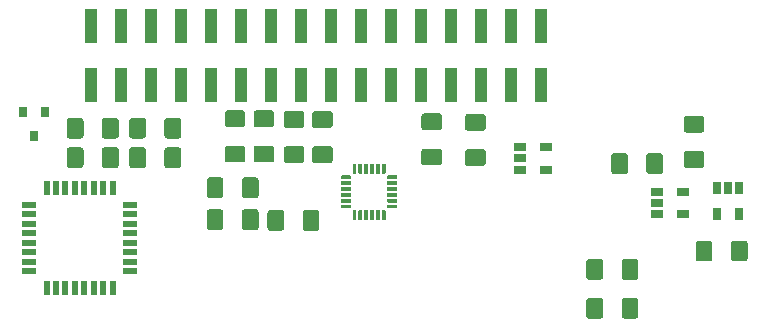
<source format=gbr>
G04 #@! TF.GenerationSoftware,KiCad,Pcbnew,(5.0.1)-4*
G04 #@! TF.CreationDate,2019-04-28T12:35:44+01:00*
G04 #@! TF.ProjectId,Bell-Boy,42656C6C2D426F792E6B696361645F70,rev?*
G04 #@! TF.SameCoordinates,Original*
G04 #@! TF.FileFunction,Paste,Bot*
G04 #@! TF.FilePolarity,Positive*
%FSLAX46Y46*%
G04 Gerber Fmt 4.6, Leading zero omitted, Abs format (unit mm)*
G04 Created by KiCad (PCBNEW (5.0.1)-4) date 28/04/2019 12:35:44*
%MOMM*%
%LPD*%
G01*
G04 APERTURE LIST*
%ADD10C,0.100000*%
%ADD11C,1.425000*%
%ADD12R,1.000000X3.000000*%
%ADD13R,1.060000X0.650000*%
%ADD14R,0.800000X0.900000*%
%ADD15R,0.650000X1.060000*%
%ADD16R,1.200000X0.600000*%
%ADD17R,0.600000X1.200000*%
%ADD18C,0.300000*%
G04 APERTURE END LIST*
D10*
G04 #@! TO.C,C7*
G36*
X78099504Y-58401204D02*
X78123773Y-58404804D01*
X78147571Y-58410765D01*
X78170671Y-58419030D01*
X78192849Y-58429520D01*
X78213893Y-58442133D01*
X78233598Y-58456747D01*
X78251777Y-58473223D01*
X78268253Y-58491402D01*
X78282867Y-58511107D01*
X78295480Y-58532151D01*
X78305970Y-58554329D01*
X78314235Y-58577429D01*
X78320196Y-58601227D01*
X78323796Y-58625496D01*
X78325000Y-58650000D01*
X78325000Y-59575000D01*
X78323796Y-59599504D01*
X78320196Y-59623773D01*
X78314235Y-59647571D01*
X78305970Y-59670671D01*
X78295480Y-59692849D01*
X78282867Y-59713893D01*
X78268253Y-59733598D01*
X78251777Y-59751777D01*
X78233598Y-59768253D01*
X78213893Y-59782867D01*
X78192849Y-59795480D01*
X78170671Y-59805970D01*
X78147571Y-59814235D01*
X78123773Y-59820196D01*
X78099504Y-59823796D01*
X78075000Y-59825000D01*
X76825000Y-59825000D01*
X76800496Y-59823796D01*
X76776227Y-59820196D01*
X76752429Y-59814235D01*
X76729329Y-59805970D01*
X76707151Y-59795480D01*
X76686107Y-59782867D01*
X76666402Y-59768253D01*
X76648223Y-59751777D01*
X76631747Y-59733598D01*
X76617133Y-59713893D01*
X76604520Y-59692849D01*
X76594030Y-59670671D01*
X76585765Y-59647571D01*
X76579804Y-59623773D01*
X76576204Y-59599504D01*
X76575000Y-59575000D01*
X76575000Y-58650000D01*
X76576204Y-58625496D01*
X76579804Y-58601227D01*
X76585765Y-58577429D01*
X76594030Y-58554329D01*
X76604520Y-58532151D01*
X76617133Y-58511107D01*
X76631747Y-58491402D01*
X76648223Y-58473223D01*
X76666402Y-58456747D01*
X76686107Y-58442133D01*
X76707151Y-58429520D01*
X76729329Y-58419030D01*
X76752429Y-58410765D01*
X76776227Y-58404804D01*
X76800496Y-58401204D01*
X76825000Y-58400000D01*
X78075000Y-58400000D01*
X78099504Y-58401204D01*
X78099504Y-58401204D01*
G37*
D11*
X77450000Y-59112500D03*
D10*
G36*
X78099504Y-61376204D02*
X78123773Y-61379804D01*
X78147571Y-61385765D01*
X78170671Y-61394030D01*
X78192849Y-61404520D01*
X78213893Y-61417133D01*
X78233598Y-61431747D01*
X78251777Y-61448223D01*
X78268253Y-61466402D01*
X78282867Y-61486107D01*
X78295480Y-61507151D01*
X78305970Y-61529329D01*
X78314235Y-61552429D01*
X78320196Y-61576227D01*
X78323796Y-61600496D01*
X78325000Y-61625000D01*
X78325000Y-62550000D01*
X78323796Y-62574504D01*
X78320196Y-62598773D01*
X78314235Y-62622571D01*
X78305970Y-62645671D01*
X78295480Y-62667849D01*
X78282867Y-62688893D01*
X78268253Y-62708598D01*
X78251777Y-62726777D01*
X78233598Y-62743253D01*
X78213893Y-62757867D01*
X78192849Y-62770480D01*
X78170671Y-62780970D01*
X78147571Y-62789235D01*
X78123773Y-62795196D01*
X78099504Y-62798796D01*
X78075000Y-62800000D01*
X76825000Y-62800000D01*
X76800496Y-62798796D01*
X76776227Y-62795196D01*
X76752429Y-62789235D01*
X76729329Y-62780970D01*
X76707151Y-62770480D01*
X76686107Y-62757867D01*
X76666402Y-62743253D01*
X76648223Y-62726777D01*
X76631747Y-62708598D01*
X76617133Y-62688893D01*
X76604520Y-62667849D01*
X76594030Y-62645671D01*
X76585765Y-62622571D01*
X76579804Y-62598773D01*
X76576204Y-62574504D01*
X76575000Y-62550000D01*
X76575000Y-61625000D01*
X76576204Y-61600496D01*
X76579804Y-61576227D01*
X76585765Y-61552429D01*
X76594030Y-61529329D01*
X76604520Y-61507151D01*
X76617133Y-61486107D01*
X76631747Y-61466402D01*
X76648223Y-61448223D01*
X76666402Y-61431747D01*
X76686107Y-61417133D01*
X76707151Y-61404520D01*
X76729329Y-61394030D01*
X76752429Y-61385765D01*
X76776227Y-61379804D01*
X76800496Y-61376204D01*
X76825000Y-61375000D01*
X78075000Y-61375000D01*
X78099504Y-61376204D01*
X78099504Y-61376204D01*
G37*
D11*
X77450000Y-62087500D03*
G04 #@! TD*
D12*
G04 #@! TO.C,J4*
X57900000Y-56220000D03*
X57900000Y-51180000D03*
X60440000Y-56220000D03*
X60440000Y-51180000D03*
X62980000Y-56220000D03*
X62980000Y-51180000D03*
X65520000Y-56220000D03*
X65520000Y-51180000D03*
X68060000Y-56220000D03*
X68060000Y-51180000D03*
X70600000Y-56220000D03*
X70600000Y-51180000D03*
X73140000Y-56220000D03*
X73140000Y-51180000D03*
X75680000Y-56220000D03*
X75680000Y-51180000D03*
X78220000Y-56220000D03*
X78220000Y-51180000D03*
X80760000Y-56220000D03*
X80760000Y-51180000D03*
X83300000Y-56220000D03*
X83300000Y-51180000D03*
X85840000Y-56220000D03*
X85840000Y-51180000D03*
X88380000Y-56220000D03*
X88380000Y-51180000D03*
X90920000Y-56220000D03*
X90920000Y-51180000D03*
X93460000Y-56220000D03*
X93460000Y-51180000D03*
X96000000Y-56220000D03*
X96000000Y-51180000D03*
G04 #@! TD*
D13*
G04 #@! TO.C,U4*
X108000000Y-67150000D03*
X108000000Y-65250000D03*
X105800000Y-65250000D03*
X105800000Y-66200000D03*
X105800000Y-67150000D03*
G04 #@! TD*
D14*
G04 #@! TO.C,D1*
X52100000Y-58500000D03*
X54000000Y-58500000D03*
X53050000Y-60500000D03*
G04 #@! TD*
D15*
G04 #@! TO.C,U3*
X110850000Y-64950000D03*
X111800000Y-64950000D03*
X112750000Y-64950000D03*
X112750000Y-67150000D03*
X110850000Y-67150000D03*
G04 #@! TD*
D10*
G04 #@! TO.C,C1*
G36*
X73999504Y-66776204D02*
X74023773Y-66779804D01*
X74047571Y-66785765D01*
X74070671Y-66794030D01*
X74092849Y-66804520D01*
X74113893Y-66817133D01*
X74133598Y-66831747D01*
X74151777Y-66848223D01*
X74168253Y-66866402D01*
X74182867Y-66886107D01*
X74195480Y-66907151D01*
X74205970Y-66929329D01*
X74214235Y-66952429D01*
X74220196Y-66976227D01*
X74223796Y-67000496D01*
X74225000Y-67025000D01*
X74225000Y-68275000D01*
X74223796Y-68299504D01*
X74220196Y-68323773D01*
X74214235Y-68347571D01*
X74205970Y-68370671D01*
X74195480Y-68392849D01*
X74182867Y-68413893D01*
X74168253Y-68433598D01*
X74151777Y-68451777D01*
X74133598Y-68468253D01*
X74113893Y-68482867D01*
X74092849Y-68495480D01*
X74070671Y-68505970D01*
X74047571Y-68514235D01*
X74023773Y-68520196D01*
X73999504Y-68523796D01*
X73975000Y-68525000D01*
X73050000Y-68525000D01*
X73025496Y-68523796D01*
X73001227Y-68520196D01*
X72977429Y-68514235D01*
X72954329Y-68505970D01*
X72932151Y-68495480D01*
X72911107Y-68482867D01*
X72891402Y-68468253D01*
X72873223Y-68451777D01*
X72856747Y-68433598D01*
X72842133Y-68413893D01*
X72829520Y-68392849D01*
X72819030Y-68370671D01*
X72810765Y-68347571D01*
X72804804Y-68323773D01*
X72801204Y-68299504D01*
X72800000Y-68275000D01*
X72800000Y-67025000D01*
X72801204Y-67000496D01*
X72804804Y-66976227D01*
X72810765Y-66952429D01*
X72819030Y-66929329D01*
X72829520Y-66907151D01*
X72842133Y-66886107D01*
X72856747Y-66866402D01*
X72873223Y-66848223D01*
X72891402Y-66831747D01*
X72911107Y-66817133D01*
X72932151Y-66804520D01*
X72954329Y-66794030D01*
X72977429Y-66785765D01*
X73001227Y-66779804D01*
X73025496Y-66776204D01*
X73050000Y-66775000D01*
X73975000Y-66775000D01*
X73999504Y-66776204D01*
X73999504Y-66776204D01*
G37*
D11*
X73512500Y-67650000D03*
D10*
G36*
X76974504Y-66776204D02*
X76998773Y-66779804D01*
X77022571Y-66785765D01*
X77045671Y-66794030D01*
X77067849Y-66804520D01*
X77088893Y-66817133D01*
X77108598Y-66831747D01*
X77126777Y-66848223D01*
X77143253Y-66866402D01*
X77157867Y-66886107D01*
X77170480Y-66907151D01*
X77180970Y-66929329D01*
X77189235Y-66952429D01*
X77195196Y-66976227D01*
X77198796Y-67000496D01*
X77200000Y-67025000D01*
X77200000Y-68275000D01*
X77198796Y-68299504D01*
X77195196Y-68323773D01*
X77189235Y-68347571D01*
X77180970Y-68370671D01*
X77170480Y-68392849D01*
X77157867Y-68413893D01*
X77143253Y-68433598D01*
X77126777Y-68451777D01*
X77108598Y-68468253D01*
X77088893Y-68482867D01*
X77067849Y-68495480D01*
X77045671Y-68505970D01*
X77022571Y-68514235D01*
X76998773Y-68520196D01*
X76974504Y-68523796D01*
X76950000Y-68525000D01*
X76025000Y-68525000D01*
X76000496Y-68523796D01*
X75976227Y-68520196D01*
X75952429Y-68514235D01*
X75929329Y-68505970D01*
X75907151Y-68495480D01*
X75886107Y-68482867D01*
X75866402Y-68468253D01*
X75848223Y-68451777D01*
X75831747Y-68433598D01*
X75817133Y-68413893D01*
X75804520Y-68392849D01*
X75794030Y-68370671D01*
X75785765Y-68347571D01*
X75779804Y-68323773D01*
X75776204Y-68299504D01*
X75775000Y-68275000D01*
X75775000Y-67025000D01*
X75776204Y-67000496D01*
X75779804Y-66976227D01*
X75785765Y-66952429D01*
X75794030Y-66929329D01*
X75804520Y-66907151D01*
X75817133Y-66886107D01*
X75831747Y-66866402D01*
X75848223Y-66848223D01*
X75866402Y-66831747D01*
X75886107Y-66817133D01*
X75907151Y-66804520D01*
X75929329Y-66794030D01*
X75952429Y-66785765D01*
X75976227Y-66779804D01*
X76000496Y-66776204D01*
X76025000Y-66775000D01*
X76950000Y-66775000D01*
X76974504Y-66776204D01*
X76974504Y-66776204D01*
G37*
D11*
X76487500Y-67650000D03*
G04 #@! TD*
D10*
G04 #@! TO.C,R1*
G36*
X103974504Y-74226204D02*
X103998773Y-74229804D01*
X104022571Y-74235765D01*
X104045671Y-74244030D01*
X104067849Y-74254520D01*
X104088893Y-74267133D01*
X104108598Y-74281747D01*
X104126777Y-74298223D01*
X104143253Y-74316402D01*
X104157867Y-74336107D01*
X104170480Y-74357151D01*
X104180970Y-74379329D01*
X104189235Y-74402429D01*
X104195196Y-74426227D01*
X104198796Y-74450496D01*
X104200000Y-74475000D01*
X104200000Y-75725000D01*
X104198796Y-75749504D01*
X104195196Y-75773773D01*
X104189235Y-75797571D01*
X104180970Y-75820671D01*
X104170480Y-75842849D01*
X104157867Y-75863893D01*
X104143253Y-75883598D01*
X104126777Y-75901777D01*
X104108598Y-75918253D01*
X104088893Y-75932867D01*
X104067849Y-75945480D01*
X104045671Y-75955970D01*
X104022571Y-75964235D01*
X103998773Y-75970196D01*
X103974504Y-75973796D01*
X103950000Y-75975000D01*
X103025000Y-75975000D01*
X103000496Y-75973796D01*
X102976227Y-75970196D01*
X102952429Y-75964235D01*
X102929329Y-75955970D01*
X102907151Y-75945480D01*
X102886107Y-75932867D01*
X102866402Y-75918253D01*
X102848223Y-75901777D01*
X102831747Y-75883598D01*
X102817133Y-75863893D01*
X102804520Y-75842849D01*
X102794030Y-75820671D01*
X102785765Y-75797571D01*
X102779804Y-75773773D01*
X102776204Y-75749504D01*
X102775000Y-75725000D01*
X102775000Y-74475000D01*
X102776204Y-74450496D01*
X102779804Y-74426227D01*
X102785765Y-74402429D01*
X102794030Y-74379329D01*
X102804520Y-74357151D01*
X102817133Y-74336107D01*
X102831747Y-74316402D01*
X102848223Y-74298223D01*
X102866402Y-74281747D01*
X102886107Y-74267133D01*
X102907151Y-74254520D01*
X102929329Y-74244030D01*
X102952429Y-74235765D01*
X102976227Y-74229804D01*
X103000496Y-74226204D01*
X103025000Y-74225000D01*
X103950000Y-74225000D01*
X103974504Y-74226204D01*
X103974504Y-74226204D01*
G37*
D11*
X103487500Y-75100000D03*
D10*
G36*
X100999504Y-74226204D02*
X101023773Y-74229804D01*
X101047571Y-74235765D01*
X101070671Y-74244030D01*
X101092849Y-74254520D01*
X101113893Y-74267133D01*
X101133598Y-74281747D01*
X101151777Y-74298223D01*
X101168253Y-74316402D01*
X101182867Y-74336107D01*
X101195480Y-74357151D01*
X101205970Y-74379329D01*
X101214235Y-74402429D01*
X101220196Y-74426227D01*
X101223796Y-74450496D01*
X101225000Y-74475000D01*
X101225000Y-75725000D01*
X101223796Y-75749504D01*
X101220196Y-75773773D01*
X101214235Y-75797571D01*
X101205970Y-75820671D01*
X101195480Y-75842849D01*
X101182867Y-75863893D01*
X101168253Y-75883598D01*
X101151777Y-75901777D01*
X101133598Y-75918253D01*
X101113893Y-75932867D01*
X101092849Y-75945480D01*
X101070671Y-75955970D01*
X101047571Y-75964235D01*
X101023773Y-75970196D01*
X100999504Y-75973796D01*
X100975000Y-75975000D01*
X100050000Y-75975000D01*
X100025496Y-75973796D01*
X100001227Y-75970196D01*
X99977429Y-75964235D01*
X99954329Y-75955970D01*
X99932151Y-75945480D01*
X99911107Y-75932867D01*
X99891402Y-75918253D01*
X99873223Y-75901777D01*
X99856747Y-75883598D01*
X99842133Y-75863893D01*
X99829520Y-75842849D01*
X99819030Y-75820671D01*
X99810765Y-75797571D01*
X99804804Y-75773773D01*
X99801204Y-75749504D01*
X99800000Y-75725000D01*
X99800000Y-74475000D01*
X99801204Y-74450496D01*
X99804804Y-74426227D01*
X99810765Y-74402429D01*
X99819030Y-74379329D01*
X99829520Y-74357151D01*
X99842133Y-74336107D01*
X99856747Y-74316402D01*
X99873223Y-74298223D01*
X99891402Y-74281747D01*
X99911107Y-74267133D01*
X99932151Y-74254520D01*
X99954329Y-74244030D01*
X99977429Y-74235765D01*
X100001227Y-74229804D01*
X100025496Y-74226204D01*
X100050000Y-74225000D01*
X100975000Y-74225000D01*
X100999504Y-74226204D01*
X100999504Y-74226204D01*
G37*
D11*
X100512500Y-75100000D03*
G04 #@! TD*
D10*
G04 #@! TO.C,R2*
G36*
X91049504Y-58651204D02*
X91073773Y-58654804D01*
X91097571Y-58660765D01*
X91120671Y-58669030D01*
X91142849Y-58679520D01*
X91163893Y-58692133D01*
X91183598Y-58706747D01*
X91201777Y-58723223D01*
X91218253Y-58741402D01*
X91232867Y-58761107D01*
X91245480Y-58782151D01*
X91255970Y-58804329D01*
X91264235Y-58827429D01*
X91270196Y-58851227D01*
X91273796Y-58875496D01*
X91275000Y-58900000D01*
X91275000Y-59825000D01*
X91273796Y-59849504D01*
X91270196Y-59873773D01*
X91264235Y-59897571D01*
X91255970Y-59920671D01*
X91245480Y-59942849D01*
X91232867Y-59963893D01*
X91218253Y-59983598D01*
X91201777Y-60001777D01*
X91183598Y-60018253D01*
X91163893Y-60032867D01*
X91142849Y-60045480D01*
X91120671Y-60055970D01*
X91097571Y-60064235D01*
X91073773Y-60070196D01*
X91049504Y-60073796D01*
X91025000Y-60075000D01*
X89775000Y-60075000D01*
X89750496Y-60073796D01*
X89726227Y-60070196D01*
X89702429Y-60064235D01*
X89679329Y-60055970D01*
X89657151Y-60045480D01*
X89636107Y-60032867D01*
X89616402Y-60018253D01*
X89598223Y-60001777D01*
X89581747Y-59983598D01*
X89567133Y-59963893D01*
X89554520Y-59942849D01*
X89544030Y-59920671D01*
X89535765Y-59897571D01*
X89529804Y-59873773D01*
X89526204Y-59849504D01*
X89525000Y-59825000D01*
X89525000Y-58900000D01*
X89526204Y-58875496D01*
X89529804Y-58851227D01*
X89535765Y-58827429D01*
X89544030Y-58804329D01*
X89554520Y-58782151D01*
X89567133Y-58761107D01*
X89581747Y-58741402D01*
X89598223Y-58723223D01*
X89616402Y-58706747D01*
X89636107Y-58692133D01*
X89657151Y-58679520D01*
X89679329Y-58669030D01*
X89702429Y-58660765D01*
X89726227Y-58654804D01*
X89750496Y-58651204D01*
X89775000Y-58650000D01*
X91025000Y-58650000D01*
X91049504Y-58651204D01*
X91049504Y-58651204D01*
G37*
D11*
X90400000Y-59362500D03*
D10*
G36*
X91049504Y-61626204D02*
X91073773Y-61629804D01*
X91097571Y-61635765D01*
X91120671Y-61644030D01*
X91142849Y-61654520D01*
X91163893Y-61667133D01*
X91183598Y-61681747D01*
X91201777Y-61698223D01*
X91218253Y-61716402D01*
X91232867Y-61736107D01*
X91245480Y-61757151D01*
X91255970Y-61779329D01*
X91264235Y-61802429D01*
X91270196Y-61826227D01*
X91273796Y-61850496D01*
X91275000Y-61875000D01*
X91275000Y-62800000D01*
X91273796Y-62824504D01*
X91270196Y-62848773D01*
X91264235Y-62872571D01*
X91255970Y-62895671D01*
X91245480Y-62917849D01*
X91232867Y-62938893D01*
X91218253Y-62958598D01*
X91201777Y-62976777D01*
X91183598Y-62993253D01*
X91163893Y-63007867D01*
X91142849Y-63020480D01*
X91120671Y-63030970D01*
X91097571Y-63039235D01*
X91073773Y-63045196D01*
X91049504Y-63048796D01*
X91025000Y-63050000D01*
X89775000Y-63050000D01*
X89750496Y-63048796D01*
X89726227Y-63045196D01*
X89702429Y-63039235D01*
X89679329Y-63030970D01*
X89657151Y-63020480D01*
X89636107Y-63007867D01*
X89616402Y-62993253D01*
X89598223Y-62976777D01*
X89581747Y-62958598D01*
X89567133Y-62938893D01*
X89554520Y-62917849D01*
X89544030Y-62895671D01*
X89535765Y-62872571D01*
X89529804Y-62848773D01*
X89526204Y-62824504D01*
X89525000Y-62800000D01*
X89525000Y-61875000D01*
X89526204Y-61850496D01*
X89529804Y-61826227D01*
X89535765Y-61802429D01*
X89544030Y-61779329D01*
X89554520Y-61757151D01*
X89567133Y-61736107D01*
X89581747Y-61716402D01*
X89598223Y-61698223D01*
X89616402Y-61681747D01*
X89636107Y-61667133D01*
X89657151Y-61654520D01*
X89679329Y-61644030D01*
X89702429Y-61635765D01*
X89726227Y-61629804D01*
X89750496Y-61626204D01*
X89775000Y-61625000D01*
X91025000Y-61625000D01*
X91049504Y-61626204D01*
X91049504Y-61626204D01*
G37*
D11*
X90400000Y-62337500D03*
G04 #@! TD*
D10*
G04 #@! TO.C,C2*
G36*
X65274504Y-58976204D02*
X65298773Y-58979804D01*
X65322571Y-58985765D01*
X65345671Y-58994030D01*
X65367849Y-59004520D01*
X65388893Y-59017133D01*
X65408598Y-59031747D01*
X65426777Y-59048223D01*
X65443253Y-59066402D01*
X65457867Y-59086107D01*
X65470480Y-59107151D01*
X65480970Y-59129329D01*
X65489235Y-59152429D01*
X65495196Y-59176227D01*
X65498796Y-59200496D01*
X65500000Y-59225000D01*
X65500000Y-60475000D01*
X65498796Y-60499504D01*
X65495196Y-60523773D01*
X65489235Y-60547571D01*
X65480970Y-60570671D01*
X65470480Y-60592849D01*
X65457867Y-60613893D01*
X65443253Y-60633598D01*
X65426777Y-60651777D01*
X65408598Y-60668253D01*
X65388893Y-60682867D01*
X65367849Y-60695480D01*
X65345671Y-60705970D01*
X65322571Y-60714235D01*
X65298773Y-60720196D01*
X65274504Y-60723796D01*
X65250000Y-60725000D01*
X64325000Y-60725000D01*
X64300496Y-60723796D01*
X64276227Y-60720196D01*
X64252429Y-60714235D01*
X64229329Y-60705970D01*
X64207151Y-60695480D01*
X64186107Y-60682867D01*
X64166402Y-60668253D01*
X64148223Y-60651777D01*
X64131747Y-60633598D01*
X64117133Y-60613893D01*
X64104520Y-60592849D01*
X64094030Y-60570671D01*
X64085765Y-60547571D01*
X64079804Y-60523773D01*
X64076204Y-60499504D01*
X64075000Y-60475000D01*
X64075000Y-59225000D01*
X64076204Y-59200496D01*
X64079804Y-59176227D01*
X64085765Y-59152429D01*
X64094030Y-59129329D01*
X64104520Y-59107151D01*
X64117133Y-59086107D01*
X64131747Y-59066402D01*
X64148223Y-59048223D01*
X64166402Y-59031747D01*
X64186107Y-59017133D01*
X64207151Y-59004520D01*
X64229329Y-58994030D01*
X64252429Y-58985765D01*
X64276227Y-58979804D01*
X64300496Y-58976204D01*
X64325000Y-58975000D01*
X65250000Y-58975000D01*
X65274504Y-58976204D01*
X65274504Y-58976204D01*
G37*
D11*
X64787500Y-59850000D03*
D10*
G36*
X62299504Y-58976204D02*
X62323773Y-58979804D01*
X62347571Y-58985765D01*
X62370671Y-58994030D01*
X62392849Y-59004520D01*
X62413893Y-59017133D01*
X62433598Y-59031747D01*
X62451777Y-59048223D01*
X62468253Y-59066402D01*
X62482867Y-59086107D01*
X62495480Y-59107151D01*
X62505970Y-59129329D01*
X62514235Y-59152429D01*
X62520196Y-59176227D01*
X62523796Y-59200496D01*
X62525000Y-59225000D01*
X62525000Y-60475000D01*
X62523796Y-60499504D01*
X62520196Y-60523773D01*
X62514235Y-60547571D01*
X62505970Y-60570671D01*
X62495480Y-60592849D01*
X62482867Y-60613893D01*
X62468253Y-60633598D01*
X62451777Y-60651777D01*
X62433598Y-60668253D01*
X62413893Y-60682867D01*
X62392849Y-60695480D01*
X62370671Y-60705970D01*
X62347571Y-60714235D01*
X62323773Y-60720196D01*
X62299504Y-60723796D01*
X62275000Y-60725000D01*
X61350000Y-60725000D01*
X61325496Y-60723796D01*
X61301227Y-60720196D01*
X61277429Y-60714235D01*
X61254329Y-60705970D01*
X61232151Y-60695480D01*
X61211107Y-60682867D01*
X61191402Y-60668253D01*
X61173223Y-60651777D01*
X61156747Y-60633598D01*
X61142133Y-60613893D01*
X61129520Y-60592849D01*
X61119030Y-60570671D01*
X61110765Y-60547571D01*
X61104804Y-60523773D01*
X61101204Y-60499504D01*
X61100000Y-60475000D01*
X61100000Y-59225000D01*
X61101204Y-59200496D01*
X61104804Y-59176227D01*
X61110765Y-59152429D01*
X61119030Y-59129329D01*
X61129520Y-59107151D01*
X61142133Y-59086107D01*
X61156747Y-59066402D01*
X61173223Y-59048223D01*
X61191402Y-59031747D01*
X61211107Y-59017133D01*
X61232151Y-59004520D01*
X61254329Y-58994030D01*
X61277429Y-58985765D01*
X61301227Y-58979804D01*
X61325496Y-58976204D01*
X61350000Y-58975000D01*
X62275000Y-58975000D01*
X62299504Y-58976204D01*
X62299504Y-58976204D01*
G37*
D11*
X61812500Y-59850000D03*
G04 #@! TD*
D10*
G04 #@! TO.C,C3*
G36*
X56999504Y-58976204D02*
X57023773Y-58979804D01*
X57047571Y-58985765D01*
X57070671Y-58994030D01*
X57092849Y-59004520D01*
X57113893Y-59017133D01*
X57133598Y-59031747D01*
X57151777Y-59048223D01*
X57168253Y-59066402D01*
X57182867Y-59086107D01*
X57195480Y-59107151D01*
X57205970Y-59129329D01*
X57214235Y-59152429D01*
X57220196Y-59176227D01*
X57223796Y-59200496D01*
X57225000Y-59225000D01*
X57225000Y-60475000D01*
X57223796Y-60499504D01*
X57220196Y-60523773D01*
X57214235Y-60547571D01*
X57205970Y-60570671D01*
X57195480Y-60592849D01*
X57182867Y-60613893D01*
X57168253Y-60633598D01*
X57151777Y-60651777D01*
X57133598Y-60668253D01*
X57113893Y-60682867D01*
X57092849Y-60695480D01*
X57070671Y-60705970D01*
X57047571Y-60714235D01*
X57023773Y-60720196D01*
X56999504Y-60723796D01*
X56975000Y-60725000D01*
X56050000Y-60725000D01*
X56025496Y-60723796D01*
X56001227Y-60720196D01*
X55977429Y-60714235D01*
X55954329Y-60705970D01*
X55932151Y-60695480D01*
X55911107Y-60682867D01*
X55891402Y-60668253D01*
X55873223Y-60651777D01*
X55856747Y-60633598D01*
X55842133Y-60613893D01*
X55829520Y-60592849D01*
X55819030Y-60570671D01*
X55810765Y-60547571D01*
X55804804Y-60523773D01*
X55801204Y-60499504D01*
X55800000Y-60475000D01*
X55800000Y-59225000D01*
X55801204Y-59200496D01*
X55804804Y-59176227D01*
X55810765Y-59152429D01*
X55819030Y-59129329D01*
X55829520Y-59107151D01*
X55842133Y-59086107D01*
X55856747Y-59066402D01*
X55873223Y-59048223D01*
X55891402Y-59031747D01*
X55911107Y-59017133D01*
X55932151Y-59004520D01*
X55954329Y-58994030D01*
X55977429Y-58985765D01*
X56001227Y-58979804D01*
X56025496Y-58976204D01*
X56050000Y-58975000D01*
X56975000Y-58975000D01*
X56999504Y-58976204D01*
X56999504Y-58976204D01*
G37*
D11*
X56512500Y-59850000D03*
D10*
G36*
X59974504Y-58976204D02*
X59998773Y-58979804D01*
X60022571Y-58985765D01*
X60045671Y-58994030D01*
X60067849Y-59004520D01*
X60088893Y-59017133D01*
X60108598Y-59031747D01*
X60126777Y-59048223D01*
X60143253Y-59066402D01*
X60157867Y-59086107D01*
X60170480Y-59107151D01*
X60180970Y-59129329D01*
X60189235Y-59152429D01*
X60195196Y-59176227D01*
X60198796Y-59200496D01*
X60200000Y-59225000D01*
X60200000Y-60475000D01*
X60198796Y-60499504D01*
X60195196Y-60523773D01*
X60189235Y-60547571D01*
X60180970Y-60570671D01*
X60170480Y-60592849D01*
X60157867Y-60613893D01*
X60143253Y-60633598D01*
X60126777Y-60651777D01*
X60108598Y-60668253D01*
X60088893Y-60682867D01*
X60067849Y-60695480D01*
X60045671Y-60705970D01*
X60022571Y-60714235D01*
X59998773Y-60720196D01*
X59974504Y-60723796D01*
X59950000Y-60725000D01*
X59025000Y-60725000D01*
X59000496Y-60723796D01*
X58976227Y-60720196D01*
X58952429Y-60714235D01*
X58929329Y-60705970D01*
X58907151Y-60695480D01*
X58886107Y-60682867D01*
X58866402Y-60668253D01*
X58848223Y-60651777D01*
X58831747Y-60633598D01*
X58817133Y-60613893D01*
X58804520Y-60592849D01*
X58794030Y-60570671D01*
X58785765Y-60547571D01*
X58779804Y-60523773D01*
X58776204Y-60499504D01*
X58775000Y-60475000D01*
X58775000Y-59225000D01*
X58776204Y-59200496D01*
X58779804Y-59176227D01*
X58785765Y-59152429D01*
X58794030Y-59129329D01*
X58804520Y-59107151D01*
X58817133Y-59086107D01*
X58831747Y-59066402D01*
X58848223Y-59048223D01*
X58866402Y-59031747D01*
X58886107Y-59017133D01*
X58907151Y-59004520D01*
X58929329Y-58994030D01*
X58952429Y-58985765D01*
X58976227Y-58979804D01*
X59000496Y-58976204D01*
X59025000Y-58975000D01*
X59950000Y-58975000D01*
X59974504Y-58976204D01*
X59974504Y-58976204D01*
G37*
D11*
X59487500Y-59850000D03*
G04 #@! TD*
D10*
G04 #@! TO.C,C4*
G36*
X59974504Y-61476204D02*
X59998773Y-61479804D01*
X60022571Y-61485765D01*
X60045671Y-61494030D01*
X60067849Y-61504520D01*
X60088893Y-61517133D01*
X60108598Y-61531747D01*
X60126777Y-61548223D01*
X60143253Y-61566402D01*
X60157867Y-61586107D01*
X60170480Y-61607151D01*
X60180970Y-61629329D01*
X60189235Y-61652429D01*
X60195196Y-61676227D01*
X60198796Y-61700496D01*
X60200000Y-61725000D01*
X60200000Y-62975000D01*
X60198796Y-62999504D01*
X60195196Y-63023773D01*
X60189235Y-63047571D01*
X60180970Y-63070671D01*
X60170480Y-63092849D01*
X60157867Y-63113893D01*
X60143253Y-63133598D01*
X60126777Y-63151777D01*
X60108598Y-63168253D01*
X60088893Y-63182867D01*
X60067849Y-63195480D01*
X60045671Y-63205970D01*
X60022571Y-63214235D01*
X59998773Y-63220196D01*
X59974504Y-63223796D01*
X59950000Y-63225000D01*
X59025000Y-63225000D01*
X59000496Y-63223796D01*
X58976227Y-63220196D01*
X58952429Y-63214235D01*
X58929329Y-63205970D01*
X58907151Y-63195480D01*
X58886107Y-63182867D01*
X58866402Y-63168253D01*
X58848223Y-63151777D01*
X58831747Y-63133598D01*
X58817133Y-63113893D01*
X58804520Y-63092849D01*
X58794030Y-63070671D01*
X58785765Y-63047571D01*
X58779804Y-63023773D01*
X58776204Y-62999504D01*
X58775000Y-62975000D01*
X58775000Y-61725000D01*
X58776204Y-61700496D01*
X58779804Y-61676227D01*
X58785765Y-61652429D01*
X58794030Y-61629329D01*
X58804520Y-61607151D01*
X58817133Y-61586107D01*
X58831747Y-61566402D01*
X58848223Y-61548223D01*
X58866402Y-61531747D01*
X58886107Y-61517133D01*
X58907151Y-61504520D01*
X58929329Y-61494030D01*
X58952429Y-61485765D01*
X58976227Y-61479804D01*
X59000496Y-61476204D01*
X59025000Y-61475000D01*
X59950000Y-61475000D01*
X59974504Y-61476204D01*
X59974504Y-61476204D01*
G37*
D11*
X59487500Y-62350000D03*
D10*
G36*
X56999504Y-61476204D02*
X57023773Y-61479804D01*
X57047571Y-61485765D01*
X57070671Y-61494030D01*
X57092849Y-61504520D01*
X57113893Y-61517133D01*
X57133598Y-61531747D01*
X57151777Y-61548223D01*
X57168253Y-61566402D01*
X57182867Y-61586107D01*
X57195480Y-61607151D01*
X57205970Y-61629329D01*
X57214235Y-61652429D01*
X57220196Y-61676227D01*
X57223796Y-61700496D01*
X57225000Y-61725000D01*
X57225000Y-62975000D01*
X57223796Y-62999504D01*
X57220196Y-63023773D01*
X57214235Y-63047571D01*
X57205970Y-63070671D01*
X57195480Y-63092849D01*
X57182867Y-63113893D01*
X57168253Y-63133598D01*
X57151777Y-63151777D01*
X57133598Y-63168253D01*
X57113893Y-63182867D01*
X57092849Y-63195480D01*
X57070671Y-63205970D01*
X57047571Y-63214235D01*
X57023773Y-63220196D01*
X56999504Y-63223796D01*
X56975000Y-63225000D01*
X56050000Y-63225000D01*
X56025496Y-63223796D01*
X56001227Y-63220196D01*
X55977429Y-63214235D01*
X55954329Y-63205970D01*
X55932151Y-63195480D01*
X55911107Y-63182867D01*
X55891402Y-63168253D01*
X55873223Y-63151777D01*
X55856747Y-63133598D01*
X55842133Y-63113893D01*
X55829520Y-63092849D01*
X55819030Y-63070671D01*
X55810765Y-63047571D01*
X55804804Y-63023773D01*
X55801204Y-62999504D01*
X55800000Y-62975000D01*
X55800000Y-61725000D01*
X55801204Y-61700496D01*
X55804804Y-61676227D01*
X55810765Y-61652429D01*
X55819030Y-61629329D01*
X55829520Y-61607151D01*
X55842133Y-61586107D01*
X55856747Y-61566402D01*
X55873223Y-61548223D01*
X55891402Y-61531747D01*
X55911107Y-61517133D01*
X55932151Y-61504520D01*
X55954329Y-61494030D01*
X55977429Y-61485765D01*
X56001227Y-61479804D01*
X56025496Y-61476204D01*
X56050000Y-61475000D01*
X56975000Y-61475000D01*
X56999504Y-61476204D01*
X56999504Y-61476204D01*
G37*
D11*
X56512500Y-62350000D03*
G04 #@! TD*
D10*
G04 #@! TO.C,R3*
G36*
X100999504Y-70926204D02*
X101023773Y-70929804D01*
X101047571Y-70935765D01*
X101070671Y-70944030D01*
X101092849Y-70954520D01*
X101113893Y-70967133D01*
X101133598Y-70981747D01*
X101151777Y-70998223D01*
X101168253Y-71016402D01*
X101182867Y-71036107D01*
X101195480Y-71057151D01*
X101205970Y-71079329D01*
X101214235Y-71102429D01*
X101220196Y-71126227D01*
X101223796Y-71150496D01*
X101225000Y-71175000D01*
X101225000Y-72425000D01*
X101223796Y-72449504D01*
X101220196Y-72473773D01*
X101214235Y-72497571D01*
X101205970Y-72520671D01*
X101195480Y-72542849D01*
X101182867Y-72563893D01*
X101168253Y-72583598D01*
X101151777Y-72601777D01*
X101133598Y-72618253D01*
X101113893Y-72632867D01*
X101092849Y-72645480D01*
X101070671Y-72655970D01*
X101047571Y-72664235D01*
X101023773Y-72670196D01*
X100999504Y-72673796D01*
X100975000Y-72675000D01*
X100050000Y-72675000D01*
X100025496Y-72673796D01*
X100001227Y-72670196D01*
X99977429Y-72664235D01*
X99954329Y-72655970D01*
X99932151Y-72645480D01*
X99911107Y-72632867D01*
X99891402Y-72618253D01*
X99873223Y-72601777D01*
X99856747Y-72583598D01*
X99842133Y-72563893D01*
X99829520Y-72542849D01*
X99819030Y-72520671D01*
X99810765Y-72497571D01*
X99804804Y-72473773D01*
X99801204Y-72449504D01*
X99800000Y-72425000D01*
X99800000Y-71175000D01*
X99801204Y-71150496D01*
X99804804Y-71126227D01*
X99810765Y-71102429D01*
X99819030Y-71079329D01*
X99829520Y-71057151D01*
X99842133Y-71036107D01*
X99856747Y-71016402D01*
X99873223Y-70998223D01*
X99891402Y-70981747D01*
X99911107Y-70967133D01*
X99932151Y-70954520D01*
X99954329Y-70944030D01*
X99977429Y-70935765D01*
X100001227Y-70929804D01*
X100025496Y-70926204D01*
X100050000Y-70925000D01*
X100975000Y-70925000D01*
X100999504Y-70926204D01*
X100999504Y-70926204D01*
G37*
D11*
X100512500Y-71800000D03*
D10*
G36*
X103974504Y-70926204D02*
X103998773Y-70929804D01*
X104022571Y-70935765D01*
X104045671Y-70944030D01*
X104067849Y-70954520D01*
X104088893Y-70967133D01*
X104108598Y-70981747D01*
X104126777Y-70998223D01*
X104143253Y-71016402D01*
X104157867Y-71036107D01*
X104170480Y-71057151D01*
X104180970Y-71079329D01*
X104189235Y-71102429D01*
X104195196Y-71126227D01*
X104198796Y-71150496D01*
X104200000Y-71175000D01*
X104200000Y-72425000D01*
X104198796Y-72449504D01*
X104195196Y-72473773D01*
X104189235Y-72497571D01*
X104180970Y-72520671D01*
X104170480Y-72542849D01*
X104157867Y-72563893D01*
X104143253Y-72583598D01*
X104126777Y-72601777D01*
X104108598Y-72618253D01*
X104088893Y-72632867D01*
X104067849Y-72645480D01*
X104045671Y-72655970D01*
X104022571Y-72664235D01*
X103998773Y-72670196D01*
X103974504Y-72673796D01*
X103950000Y-72675000D01*
X103025000Y-72675000D01*
X103000496Y-72673796D01*
X102976227Y-72670196D01*
X102952429Y-72664235D01*
X102929329Y-72655970D01*
X102907151Y-72645480D01*
X102886107Y-72632867D01*
X102866402Y-72618253D01*
X102848223Y-72601777D01*
X102831747Y-72583598D01*
X102817133Y-72563893D01*
X102804520Y-72542849D01*
X102794030Y-72520671D01*
X102785765Y-72497571D01*
X102779804Y-72473773D01*
X102776204Y-72449504D01*
X102775000Y-72425000D01*
X102775000Y-71175000D01*
X102776204Y-71150496D01*
X102779804Y-71126227D01*
X102785765Y-71102429D01*
X102794030Y-71079329D01*
X102804520Y-71057151D01*
X102817133Y-71036107D01*
X102831747Y-71016402D01*
X102848223Y-70998223D01*
X102866402Y-70981747D01*
X102886107Y-70967133D01*
X102907151Y-70954520D01*
X102929329Y-70944030D01*
X102952429Y-70935765D01*
X102976227Y-70929804D01*
X103000496Y-70926204D01*
X103025000Y-70925000D01*
X103950000Y-70925000D01*
X103974504Y-70926204D01*
X103974504Y-70926204D01*
G37*
D11*
X103487500Y-71800000D03*
G04 #@! TD*
D10*
G04 #@! TO.C,R4*
G36*
X70699504Y-61326204D02*
X70723773Y-61329804D01*
X70747571Y-61335765D01*
X70770671Y-61344030D01*
X70792849Y-61354520D01*
X70813893Y-61367133D01*
X70833598Y-61381747D01*
X70851777Y-61398223D01*
X70868253Y-61416402D01*
X70882867Y-61436107D01*
X70895480Y-61457151D01*
X70905970Y-61479329D01*
X70914235Y-61502429D01*
X70920196Y-61526227D01*
X70923796Y-61550496D01*
X70925000Y-61575000D01*
X70925000Y-62500000D01*
X70923796Y-62524504D01*
X70920196Y-62548773D01*
X70914235Y-62572571D01*
X70905970Y-62595671D01*
X70895480Y-62617849D01*
X70882867Y-62638893D01*
X70868253Y-62658598D01*
X70851777Y-62676777D01*
X70833598Y-62693253D01*
X70813893Y-62707867D01*
X70792849Y-62720480D01*
X70770671Y-62730970D01*
X70747571Y-62739235D01*
X70723773Y-62745196D01*
X70699504Y-62748796D01*
X70675000Y-62750000D01*
X69425000Y-62750000D01*
X69400496Y-62748796D01*
X69376227Y-62745196D01*
X69352429Y-62739235D01*
X69329329Y-62730970D01*
X69307151Y-62720480D01*
X69286107Y-62707867D01*
X69266402Y-62693253D01*
X69248223Y-62676777D01*
X69231747Y-62658598D01*
X69217133Y-62638893D01*
X69204520Y-62617849D01*
X69194030Y-62595671D01*
X69185765Y-62572571D01*
X69179804Y-62548773D01*
X69176204Y-62524504D01*
X69175000Y-62500000D01*
X69175000Y-61575000D01*
X69176204Y-61550496D01*
X69179804Y-61526227D01*
X69185765Y-61502429D01*
X69194030Y-61479329D01*
X69204520Y-61457151D01*
X69217133Y-61436107D01*
X69231747Y-61416402D01*
X69248223Y-61398223D01*
X69266402Y-61381747D01*
X69286107Y-61367133D01*
X69307151Y-61354520D01*
X69329329Y-61344030D01*
X69352429Y-61335765D01*
X69376227Y-61329804D01*
X69400496Y-61326204D01*
X69425000Y-61325000D01*
X70675000Y-61325000D01*
X70699504Y-61326204D01*
X70699504Y-61326204D01*
G37*
D11*
X70050000Y-62037500D03*
D10*
G36*
X70699504Y-58351204D02*
X70723773Y-58354804D01*
X70747571Y-58360765D01*
X70770671Y-58369030D01*
X70792849Y-58379520D01*
X70813893Y-58392133D01*
X70833598Y-58406747D01*
X70851777Y-58423223D01*
X70868253Y-58441402D01*
X70882867Y-58461107D01*
X70895480Y-58482151D01*
X70905970Y-58504329D01*
X70914235Y-58527429D01*
X70920196Y-58551227D01*
X70923796Y-58575496D01*
X70925000Y-58600000D01*
X70925000Y-59525000D01*
X70923796Y-59549504D01*
X70920196Y-59573773D01*
X70914235Y-59597571D01*
X70905970Y-59620671D01*
X70895480Y-59642849D01*
X70882867Y-59663893D01*
X70868253Y-59683598D01*
X70851777Y-59701777D01*
X70833598Y-59718253D01*
X70813893Y-59732867D01*
X70792849Y-59745480D01*
X70770671Y-59755970D01*
X70747571Y-59764235D01*
X70723773Y-59770196D01*
X70699504Y-59773796D01*
X70675000Y-59775000D01*
X69425000Y-59775000D01*
X69400496Y-59773796D01*
X69376227Y-59770196D01*
X69352429Y-59764235D01*
X69329329Y-59755970D01*
X69307151Y-59745480D01*
X69286107Y-59732867D01*
X69266402Y-59718253D01*
X69248223Y-59701777D01*
X69231747Y-59683598D01*
X69217133Y-59663893D01*
X69204520Y-59642849D01*
X69194030Y-59620671D01*
X69185765Y-59597571D01*
X69179804Y-59573773D01*
X69176204Y-59549504D01*
X69175000Y-59525000D01*
X69175000Y-58600000D01*
X69176204Y-58575496D01*
X69179804Y-58551227D01*
X69185765Y-58527429D01*
X69194030Y-58504329D01*
X69204520Y-58482151D01*
X69217133Y-58461107D01*
X69231747Y-58441402D01*
X69248223Y-58423223D01*
X69266402Y-58406747D01*
X69286107Y-58392133D01*
X69307151Y-58379520D01*
X69329329Y-58369030D01*
X69352429Y-58360765D01*
X69376227Y-58354804D01*
X69400496Y-58351204D01*
X69425000Y-58350000D01*
X70675000Y-58350000D01*
X70699504Y-58351204D01*
X70699504Y-58351204D01*
G37*
D11*
X70050000Y-59062500D03*
G04 #@! TD*
D10*
G04 #@! TO.C,C5*
G36*
X109549504Y-58801204D02*
X109573773Y-58804804D01*
X109597571Y-58810765D01*
X109620671Y-58819030D01*
X109642849Y-58829520D01*
X109663893Y-58842133D01*
X109683598Y-58856747D01*
X109701777Y-58873223D01*
X109718253Y-58891402D01*
X109732867Y-58911107D01*
X109745480Y-58932151D01*
X109755970Y-58954329D01*
X109764235Y-58977429D01*
X109770196Y-59001227D01*
X109773796Y-59025496D01*
X109775000Y-59050000D01*
X109775000Y-59975000D01*
X109773796Y-59999504D01*
X109770196Y-60023773D01*
X109764235Y-60047571D01*
X109755970Y-60070671D01*
X109745480Y-60092849D01*
X109732867Y-60113893D01*
X109718253Y-60133598D01*
X109701777Y-60151777D01*
X109683598Y-60168253D01*
X109663893Y-60182867D01*
X109642849Y-60195480D01*
X109620671Y-60205970D01*
X109597571Y-60214235D01*
X109573773Y-60220196D01*
X109549504Y-60223796D01*
X109525000Y-60225000D01*
X108275000Y-60225000D01*
X108250496Y-60223796D01*
X108226227Y-60220196D01*
X108202429Y-60214235D01*
X108179329Y-60205970D01*
X108157151Y-60195480D01*
X108136107Y-60182867D01*
X108116402Y-60168253D01*
X108098223Y-60151777D01*
X108081747Y-60133598D01*
X108067133Y-60113893D01*
X108054520Y-60092849D01*
X108044030Y-60070671D01*
X108035765Y-60047571D01*
X108029804Y-60023773D01*
X108026204Y-59999504D01*
X108025000Y-59975000D01*
X108025000Y-59050000D01*
X108026204Y-59025496D01*
X108029804Y-59001227D01*
X108035765Y-58977429D01*
X108044030Y-58954329D01*
X108054520Y-58932151D01*
X108067133Y-58911107D01*
X108081747Y-58891402D01*
X108098223Y-58873223D01*
X108116402Y-58856747D01*
X108136107Y-58842133D01*
X108157151Y-58829520D01*
X108179329Y-58819030D01*
X108202429Y-58810765D01*
X108226227Y-58804804D01*
X108250496Y-58801204D01*
X108275000Y-58800000D01*
X109525000Y-58800000D01*
X109549504Y-58801204D01*
X109549504Y-58801204D01*
G37*
D11*
X108900000Y-59512500D03*
D10*
G36*
X109549504Y-61776204D02*
X109573773Y-61779804D01*
X109597571Y-61785765D01*
X109620671Y-61794030D01*
X109642849Y-61804520D01*
X109663893Y-61817133D01*
X109683598Y-61831747D01*
X109701777Y-61848223D01*
X109718253Y-61866402D01*
X109732867Y-61886107D01*
X109745480Y-61907151D01*
X109755970Y-61929329D01*
X109764235Y-61952429D01*
X109770196Y-61976227D01*
X109773796Y-62000496D01*
X109775000Y-62025000D01*
X109775000Y-62950000D01*
X109773796Y-62974504D01*
X109770196Y-62998773D01*
X109764235Y-63022571D01*
X109755970Y-63045671D01*
X109745480Y-63067849D01*
X109732867Y-63088893D01*
X109718253Y-63108598D01*
X109701777Y-63126777D01*
X109683598Y-63143253D01*
X109663893Y-63157867D01*
X109642849Y-63170480D01*
X109620671Y-63180970D01*
X109597571Y-63189235D01*
X109573773Y-63195196D01*
X109549504Y-63198796D01*
X109525000Y-63200000D01*
X108275000Y-63200000D01*
X108250496Y-63198796D01*
X108226227Y-63195196D01*
X108202429Y-63189235D01*
X108179329Y-63180970D01*
X108157151Y-63170480D01*
X108136107Y-63157867D01*
X108116402Y-63143253D01*
X108098223Y-63126777D01*
X108081747Y-63108598D01*
X108067133Y-63088893D01*
X108054520Y-63067849D01*
X108044030Y-63045671D01*
X108035765Y-63022571D01*
X108029804Y-62998773D01*
X108026204Y-62974504D01*
X108025000Y-62950000D01*
X108025000Y-62025000D01*
X108026204Y-62000496D01*
X108029804Y-61976227D01*
X108035765Y-61952429D01*
X108044030Y-61929329D01*
X108054520Y-61907151D01*
X108067133Y-61886107D01*
X108081747Y-61866402D01*
X108098223Y-61848223D01*
X108116402Y-61831747D01*
X108136107Y-61817133D01*
X108157151Y-61804520D01*
X108179329Y-61794030D01*
X108202429Y-61785765D01*
X108226227Y-61779804D01*
X108250496Y-61776204D01*
X108275000Y-61775000D01*
X109525000Y-61775000D01*
X109549504Y-61776204D01*
X109549504Y-61776204D01*
G37*
D11*
X108900000Y-62487500D03*
G04 #@! TD*
D10*
G04 #@! TO.C,C6*
G36*
X113224504Y-69376204D02*
X113248773Y-69379804D01*
X113272571Y-69385765D01*
X113295671Y-69394030D01*
X113317849Y-69404520D01*
X113338893Y-69417133D01*
X113358598Y-69431747D01*
X113376777Y-69448223D01*
X113393253Y-69466402D01*
X113407867Y-69486107D01*
X113420480Y-69507151D01*
X113430970Y-69529329D01*
X113439235Y-69552429D01*
X113445196Y-69576227D01*
X113448796Y-69600496D01*
X113450000Y-69625000D01*
X113450000Y-70875000D01*
X113448796Y-70899504D01*
X113445196Y-70923773D01*
X113439235Y-70947571D01*
X113430970Y-70970671D01*
X113420480Y-70992849D01*
X113407867Y-71013893D01*
X113393253Y-71033598D01*
X113376777Y-71051777D01*
X113358598Y-71068253D01*
X113338893Y-71082867D01*
X113317849Y-71095480D01*
X113295671Y-71105970D01*
X113272571Y-71114235D01*
X113248773Y-71120196D01*
X113224504Y-71123796D01*
X113200000Y-71125000D01*
X112275000Y-71125000D01*
X112250496Y-71123796D01*
X112226227Y-71120196D01*
X112202429Y-71114235D01*
X112179329Y-71105970D01*
X112157151Y-71095480D01*
X112136107Y-71082867D01*
X112116402Y-71068253D01*
X112098223Y-71051777D01*
X112081747Y-71033598D01*
X112067133Y-71013893D01*
X112054520Y-70992849D01*
X112044030Y-70970671D01*
X112035765Y-70947571D01*
X112029804Y-70923773D01*
X112026204Y-70899504D01*
X112025000Y-70875000D01*
X112025000Y-69625000D01*
X112026204Y-69600496D01*
X112029804Y-69576227D01*
X112035765Y-69552429D01*
X112044030Y-69529329D01*
X112054520Y-69507151D01*
X112067133Y-69486107D01*
X112081747Y-69466402D01*
X112098223Y-69448223D01*
X112116402Y-69431747D01*
X112136107Y-69417133D01*
X112157151Y-69404520D01*
X112179329Y-69394030D01*
X112202429Y-69385765D01*
X112226227Y-69379804D01*
X112250496Y-69376204D01*
X112275000Y-69375000D01*
X113200000Y-69375000D01*
X113224504Y-69376204D01*
X113224504Y-69376204D01*
G37*
D11*
X112737500Y-70250000D03*
D10*
G36*
X110249504Y-69376204D02*
X110273773Y-69379804D01*
X110297571Y-69385765D01*
X110320671Y-69394030D01*
X110342849Y-69404520D01*
X110363893Y-69417133D01*
X110383598Y-69431747D01*
X110401777Y-69448223D01*
X110418253Y-69466402D01*
X110432867Y-69486107D01*
X110445480Y-69507151D01*
X110455970Y-69529329D01*
X110464235Y-69552429D01*
X110470196Y-69576227D01*
X110473796Y-69600496D01*
X110475000Y-69625000D01*
X110475000Y-70875000D01*
X110473796Y-70899504D01*
X110470196Y-70923773D01*
X110464235Y-70947571D01*
X110455970Y-70970671D01*
X110445480Y-70992849D01*
X110432867Y-71013893D01*
X110418253Y-71033598D01*
X110401777Y-71051777D01*
X110383598Y-71068253D01*
X110363893Y-71082867D01*
X110342849Y-71095480D01*
X110320671Y-71105970D01*
X110297571Y-71114235D01*
X110273773Y-71120196D01*
X110249504Y-71123796D01*
X110225000Y-71125000D01*
X109300000Y-71125000D01*
X109275496Y-71123796D01*
X109251227Y-71120196D01*
X109227429Y-71114235D01*
X109204329Y-71105970D01*
X109182151Y-71095480D01*
X109161107Y-71082867D01*
X109141402Y-71068253D01*
X109123223Y-71051777D01*
X109106747Y-71033598D01*
X109092133Y-71013893D01*
X109079520Y-70992849D01*
X109069030Y-70970671D01*
X109060765Y-70947571D01*
X109054804Y-70923773D01*
X109051204Y-70899504D01*
X109050000Y-70875000D01*
X109050000Y-69625000D01*
X109051204Y-69600496D01*
X109054804Y-69576227D01*
X109060765Y-69552429D01*
X109069030Y-69529329D01*
X109079520Y-69507151D01*
X109092133Y-69486107D01*
X109106747Y-69466402D01*
X109123223Y-69448223D01*
X109141402Y-69431747D01*
X109161107Y-69417133D01*
X109182151Y-69404520D01*
X109204329Y-69394030D01*
X109227429Y-69385765D01*
X109251227Y-69379804D01*
X109275496Y-69376204D01*
X109300000Y-69375000D01*
X110225000Y-69375000D01*
X110249504Y-69376204D01*
X110249504Y-69376204D01*
G37*
D11*
X109762500Y-70250000D03*
G04 #@! TD*
D10*
G04 #@! TO.C,R6*
G36*
X106074504Y-61976204D02*
X106098773Y-61979804D01*
X106122571Y-61985765D01*
X106145671Y-61994030D01*
X106167849Y-62004520D01*
X106188893Y-62017133D01*
X106208598Y-62031747D01*
X106226777Y-62048223D01*
X106243253Y-62066402D01*
X106257867Y-62086107D01*
X106270480Y-62107151D01*
X106280970Y-62129329D01*
X106289235Y-62152429D01*
X106295196Y-62176227D01*
X106298796Y-62200496D01*
X106300000Y-62225000D01*
X106300000Y-63475000D01*
X106298796Y-63499504D01*
X106295196Y-63523773D01*
X106289235Y-63547571D01*
X106280970Y-63570671D01*
X106270480Y-63592849D01*
X106257867Y-63613893D01*
X106243253Y-63633598D01*
X106226777Y-63651777D01*
X106208598Y-63668253D01*
X106188893Y-63682867D01*
X106167849Y-63695480D01*
X106145671Y-63705970D01*
X106122571Y-63714235D01*
X106098773Y-63720196D01*
X106074504Y-63723796D01*
X106050000Y-63725000D01*
X105125000Y-63725000D01*
X105100496Y-63723796D01*
X105076227Y-63720196D01*
X105052429Y-63714235D01*
X105029329Y-63705970D01*
X105007151Y-63695480D01*
X104986107Y-63682867D01*
X104966402Y-63668253D01*
X104948223Y-63651777D01*
X104931747Y-63633598D01*
X104917133Y-63613893D01*
X104904520Y-63592849D01*
X104894030Y-63570671D01*
X104885765Y-63547571D01*
X104879804Y-63523773D01*
X104876204Y-63499504D01*
X104875000Y-63475000D01*
X104875000Y-62225000D01*
X104876204Y-62200496D01*
X104879804Y-62176227D01*
X104885765Y-62152429D01*
X104894030Y-62129329D01*
X104904520Y-62107151D01*
X104917133Y-62086107D01*
X104931747Y-62066402D01*
X104948223Y-62048223D01*
X104966402Y-62031747D01*
X104986107Y-62017133D01*
X105007151Y-62004520D01*
X105029329Y-61994030D01*
X105052429Y-61985765D01*
X105076227Y-61979804D01*
X105100496Y-61976204D01*
X105125000Y-61975000D01*
X106050000Y-61975000D01*
X106074504Y-61976204D01*
X106074504Y-61976204D01*
G37*
D11*
X105587500Y-62850000D03*
D10*
G36*
X103099504Y-61976204D02*
X103123773Y-61979804D01*
X103147571Y-61985765D01*
X103170671Y-61994030D01*
X103192849Y-62004520D01*
X103213893Y-62017133D01*
X103233598Y-62031747D01*
X103251777Y-62048223D01*
X103268253Y-62066402D01*
X103282867Y-62086107D01*
X103295480Y-62107151D01*
X103305970Y-62129329D01*
X103314235Y-62152429D01*
X103320196Y-62176227D01*
X103323796Y-62200496D01*
X103325000Y-62225000D01*
X103325000Y-63475000D01*
X103323796Y-63499504D01*
X103320196Y-63523773D01*
X103314235Y-63547571D01*
X103305970Y-63570671D01*
X103295480Y-63592849D01*
X103282867Y-63613893D01*
X103268253Y-63633598D01*
X103251777Y-63651777D01*
X103233598Y-63668253D01*
X103213893Y-63682867D01*
X103192849Y-63695480D01*
X103170671Y-63705970D01*
X103147571Y-63714235D01*
X103123773Y-63720196D01*
X103099504Y-63723796D01*
X103075000Y-63725000D01*
X102150000Y-63725000D01*
X102125496Y-63723796D01*
X102101227Y-63720196D01*
X102077429Y-63714235D01*
X102054329Y-63705970D01*
X102032151Y-63695480D01*
X102011107Y-63682867D01*
X101991402Y-63668253D01*
X101973223Y-63651777D01*
X101956747Y-63633598D01*
X101942133Y-63613893D01*
X101929520Y-63592849D01*
X101919030Y-63570671D01*
X101910765Y-63547571D01*
X101904804Y-63523773D01*
X101901204Y-63499504D01*
X101900000Y-63475000D01*
X101900000Y-62225000D01*
X101901204Y-62200496D01*
X101904804Y-62176227D01*
X101910765Y-62152429D01*
X101919030Y-62129329D01*
X101929520Y-62107151D01*
X101942133Y-62086107D01*
X101956747Y-62066402D01*
X101973223Y-62048223D01*
X101991402Y-62031747D01*
X102011107Y-62017133D01*
X102032151Y-62004520D01*
X102054329Y-61994030D01*
X102077429Y-61985765D01*
X102101227Y-61979804D01*
X102125496Y-61976204D01*
X102150000Y-61975000D01*
X103075000Y-61975000D01*
X103099504Y-61976204D01*
X103099504Y-61976204D01*
G37*
D11*
X102612500Y-62850000D03*
G04 #@! TD*
D16*
G04 #@! TO.C,U1*
X52650000Y-71950000D03*
X52650000Y-71150000D03*
X52650000Y-70350000D03*
X52650000Y-69550000D03*
X52650000Y-68750000D03*
X52650000Y-67950000D03*
X52650000Y-67150000D03*
X52650000Y-66350000D03*
D17*
X54100000Y-64900000D03*
X54900000Y-64900000D03*
X55700000Y-64900000D03*
X56500000Y-64900000D03*
X57300000Y-64900000D03*
X58100000Y-64900000D03*
X58900000Y-64900000D03*
X59700000Y-64900000D03*
D16*
X61150000Y-66350000D03*
X61150000Y-67150000D03*
X61150000Y-67950000D03*
X61150000Y-68750000D03*
X61150000Y-69550000D03*
X61150000Y-70350000D03*
X61150000Y-71150000D03*
X61150000Y-71950000D03*
D17*
X59700000Y-73400000D03*
X58900000Y-73400000D03*
X58100000Y-73400000D03*
X57300000Y-73400000D03*
X56500000Y-73400000D03*
X55700000Y-73400000D03*
X54900000Y-73400000D03*
X54100000Y-73400000D03*
G04 #@! TD*
D10*
G04 #@! TO.C,R5*
G36*
X71824504Y-66726204D02*
X71848773Y-66729804D01*
X71872571Y-66735765D01*
X71895671Y-66744030D01*
X71917849Y-66754520D01*
X71938893Y-66767133D01*
X71958598Y-66781747D01*
X71976777Y-66798223D01*
X71993253Y-66816402D01*
X72007867Y-66836107D01*
X72020480Y-66857151D01*
X72030970Y-66879329D01*
X72039235Y-66902429D01*
X72045196Y-66926227D01*
X72048796Y-66950496D01*
X72050000Y-66975000D01*
X72050000Y-68225000D01*
X72048796Y-68249504D01*
X72045196Y-68273773D01*
X72039235Y-68297571D01*
X72030970Y-68320671D01*
X72020480Y-68342849D01*
X72007867Y-68363893D01*
X71993253Y-68383598D01*
X71976777Y-68401777D01*
X71958598Y-68418253D01*
X71938893Y-68432867D01*
X71917849Y-68445480D01*
X71895671Y-68455970D01*
X71872571Y-68464235D01*
X71848773Y-68470196D01*
X71824504Y-68473796D01*
X71800000Y-68475000D01*
X70875000Y-68475000D01*
X70850496Y-68473796D01*
X70826227Y-68470196D01*
X70802429Y-68464235D01*
X70779329Y-68455970D01*
X70757151Y-68445480D01*
X70736107Y-68432867D01*
X70716402Y-68418253D01*
X70698223Y-68401777D01*
X70681747Y-68383598D01*
X70667133Y-68363893D01*
X70654520Y-68342849D01*
X70644030Y-68320671D01*
X70635765Y-68297571D01*
X70629804Y-68273773D01*
X70626204Y-68249504D01*
X70625000Y-68225000D01*
X70625000Y-66975000D01*
X70626204Y-66950496D01*
X70629804Y-66926227D01*
X70635765Y-66902429D01*
X70644030Y-66879329D01*
X70654520Y-66857151D01*
X70667133Y-66836107D01*
X70681747Y-66816402D01*
X70698223Y-66798223D01*
X70716402Y-66781747D01*
X70736107Y-66767133D01*
X70757151Y-66754520D01*
X70779329Y-66744030D01*
X70802429Y-66735765D01*
X70826227Y-66729804D01*
X70850496Y-66726204D01*
X70875000Y-66725000D01*
X71800000Y-66725000D01*
X71824504Y-66726204D01*
X71824504Y-66726204D01*
G37*
D11*
X71337500Y-67600000D03*
D10*
G36*
X68849504Y-66726204D02*
X68873773Y-66729804D01*
X68897571Y-66735765D01*
X68920671Y-66744030D01*
X68942849Y-66754520D01*
X68963893Y-66767133D01*
X68983598Y-66781747D01*
X69001777Y-66798223D01*
X69018253Y-66816402D01*
X69032867Y-66836107D01*
X69045480Y-66857151D01*
X69055970Y-66879329D01*
X69064235Y-66902429D01*
X69070196Y-66926227D01*
X69073796Y-66950496D01*
X69075000Y-66975000D01*
X69075000Y-68225000D01*
X69073796Y-68249504D01*
X69070196Y-68273773D01*
X69064235Y-68297571D01*
X69055970Y-68320671D01*
X69045480Y-68342849D01*
X69032867Y-68363893D01*
X69018253Y-68383598D01*
X69001777Y-68401777D01*
X68983598Y-68418253D01*
X68963893Y-68432867D01*
X68942849Y-68445480D01*
X68920671Y-68455970D01*
X68897571Y-68464235D01*
X68873773Y-68470196D01*
X68849504Y-68473796D01*
X68825000Y-68475000D01*
X67900000Y-68475000D01*
X67875496Y-68473796D01*
X67851227Y-68470196D01*
X67827429Y-68464235D01*
X67804329Y-68455970D01*
X67782151Y-68445480D01*
X67761107Y-68432867D01*
X67741402Y-68418253D01*
X67723223Y-68401777D01*
X67706747Y-68383598D01*
X67692133Y-68363893D01*
X67679520Y-68342849D01*
X67669030Y-68320671D01*
X67660765Y-68297571D01*
X67654804Y-68273773D01*
X67651204Y-68249504D01*
X67650000Y-68225000D01*
X67650000Y-66975000D01*
X67651204Y-66950496D01*
X67654804Y-66926227D01*
X67660765Y-66902429D01*
X67669030Y-66879329D01*
X67679520Y-66857151D01*
X67692133Y-66836107D01*
X67706747Y-66816402D01*
X67723223Y-66798223D01*
X67741402Y-66781747D01*
X67761107Y-66767133D01*
X67782151Y-66754520D01*
X67804329Y-66744030D01*
X67827429Y-66735765D01*
X67851227Y-66729804D01*
X67875496Y-66726204D01*
X67900000Y-66725000D01*
X68825000Y-66725000D01*
X68849504Y-66726204D01*
X68849504Y-66726204D01*
G37*
D11*
X68362500Y-67600000D03*
G04 #@! TD*
D13*
G04 #@! TO.C,U2*
X94150000Y-63350000D03*
X94150000Y-62400000D03*
X94150000Y-61450000D03*
X96350000Y-61450000D03*
X96350000Y-63350000D03*
G04 #@! TD*
D10*
G04 #@! TO.C,U5*
G36*
X82732351Y-66775361D02*
X82739632Y-66776441D01*
X82746771Y-66778229D01*
X82753701Y-66780709D01*
X82760355Y-66783856D01*
X82766668Y-66787640D01*
X82772579Y-66792024D01*
X82778033Y-66796967D01*
X82782976Y-66802421D01*
X82787360Y-66808332D01*
X82791144Y-66814645D01*
X82794291Y-66821299D01*
X82796771Y-66828229D01*
X82798559Y-66835368D01*
X82799639Y-66842649D01*
X82800000Y-66850000D01*
X82800000Y-67550000D01*
X82799639Y-67557351D01*
X82798559Y-67564632D01*
X82796771Y-67571771D01*
X82794291Y-67578701D01*
X82791144Y-67585355D01*
X82787360Y-67591668D01*
X82782976Y-67597579D01*
X82778033Y-67603033D01*
X82772579Y-67607976D01*
X82766668Y-67612360D01*
X82760355Y-67616144D01*
X82753701Y-67619291D01*
X82746771Y-67621771D01*
X82739632Y-67623559D01*
X82732351Y-67624639D01*
X82725000Y-67625000D01*
X82575000Y-67625000D01*
X82567649Y-67624639D01*
X82560368Y-67623559D01*
X82553229Y-67621771D01*
X82546299Y-67619291D01*
X82539645Y-67616144D01*
X82533332Y-67612360D01*
X82527421Y-67607976D01*
X82521967Y-67603033D01*
X82517024Y-67597579D01*
X82512640Y-67591668D01*
X82508856Y-67585355D01*
X82505709Y-67578701D01*
X82503229Y-67571771D01*
X82501441Y-67564632D01*
X82500361Y-67557351D01*
X82500000Y-67550000D01*
X82500000Y-66850000D01*
X82500361Y-66842649D01*
X82501441Y-66835368D01*
X82503229Y-66828229D01*
X82505709Y-66821299D01*
X82508856Y-66814645D01*
X82512640Y-66808332D01*
X82517024Y-66802421D01*
X82521967Y-66796967D01*
X82527421Y-66792024D01*
X82533332Y-66787640D01*
X82539645Y-66783856D01*
X82546299Y-66780709D01*
X82553229Y-66778229D01*
X82560368Y-66776441D01*
X82567649Y-66775361D01*
X82575000Y-66775000D01*
X82725000Y-66775000D01*
X82732351Y-66775361D01*
X82732351Y-66775361D01*
G37*
D18*
X82650000Y-67200000D03*
D10*
G36*
X82232351Y-66775361D02*
X82239632Y-66776441D01*
X82246771Y-66778229D01*
X82253701Y-66780709D01*
X82260355Y-66783856D01*
X82266668Y-66787640D01*
X82272579Y-66792024D01*
X82278033Y-66796967D01*
X82282976Y-66802421D01*
X82287360Y-66808332D01*
X82291144Y-66814645D01*
X82294291Y-66821299D01*
X82296771Y-66828229D01*
X82298559Y-66835368D01*
X82299639Y-66842649D01*
X82300000Y-66850000D01*
X82300000Y-67550000D01*
X82299639Y-67557351D01*
X82298559Y-67564632D01*
X82296771Y-67571771D01*
X82294291Y-67578701D01*
X82291144Y-67585355D01*
X82287360Y-67591668D01*
X82282976Y-67597579D01*
X82278033Y-67603033D01*
X82272579Y-67607976D01*
X82266668Y-67612360D01*
X82260355Y-67616144D01*
X82253701Y-67619291D01*
X82246771Y-67621771D01*
X82239632Y-67623559D01*
X82232351Y-67624639D01*
X82225000Y-67625000D01*
X82075000Y-67625000D01*
X82067649Y-67624639D01*
X82060368Y-67623559D01*
X82053229Y-67621771D01*
X82046299Y-67619291D01*
X82039645Y-67616144D01*
X82033332Y-67612360D01*
X82027421Y-67607976D01*
X82021967Y-67603033D01*
X82017024Y-67597579D01*
X82012640Y-67591668D01*
X82008856Y-67585355D01*
X82005709Y-67578701D01*
X82003229Y-67571771D01*
X82001441Y-67564632D01*
X82000361Y-67557351D01*
X82000000Y-67550000D01*
X82000000Y-66850000D01*
X82000361Y-66842649D01*
X82001441Y-66835368D01*
X82003229Y-66828229D01*
X82005709Y-66821299D01*
X82008856Y-66814645D01*
X82012640Y-66808332D01*
X82017024Y-66802421D01*
X82021967Y-66796967D01*
X82027421Y-66792024D01*
X82033332Y-66787640D01*
X82039645Y-66783856D01*
X82046299Y-66780709D01*
X82053229Y-66778229D01*
X82060368Y-66776441D01*
X82067649Y-66775361D01*
X82075000Y-66775000D01*
X82225000Y-66775000D01*
X82232351Y-66775361D01*
X82232351Y-66775361D01*
G37*
D18*
X82150000Y-67200000D03*
D10*
G36*
X81732351Y-66775361D02*
X81739632Y-66776441D01*
X81746771Y-66778229D01*
X81753701Y-66780709D01*
X81760355Y-66783856D01*
X81766668Y-66787640D01*
X81772579Y-66792024D01*
X81778033Y-66796967D01*
X81782976Y-66802421D01*
X81787360Y-66808332D01*
X81791144Y-66814645D01*
X81794291Y-66821299D01*
X81796771Y-66828229D01*
X81798559Y-66835368D01*
X81799639Y-66842649D01*
X81800000Y-66850000D01*
X81800000Y-67550000D01*
X81799639Y-67557351D01*
X81798559Y-67564632D01*
X81796771Y-67571771D01*
X81794291Y-67578701D01*
X81791144Y-67585355D01*
X81787360Y-67591668D01*
X81782976Y-67597579D01*
X81778033Y-67603033D01*
X81772579Y-67607976D01*
X81766668Y-67612360D01*
X81760355Y-67616144D01*
X81753701Y-67619291D01*
X81746771Y-67621771D01*
X81739632Y-67623559D01*
X81732351Y-67624639D01*
X81725000Y-67625000D01*
X81575000Y-67625000D01*
X81567649Y-67624639D01*
X81560368Y-67623559D01*
X81553229Y-67621771D01*
X81546299Y-67619291D01*
X81539645Y-67616144D01*
X81533332Y-67612360D01*
X81527421Y-67607976D01*
X81521967Y-67603033D01*
X81517024Y-67597579D01*
X81512640Y-67591668D01*
X81508856Y-67585355D01*
X81505709Y-67578701D01*
X81503229Y-67571771D01*
X81501441Y-67564632D01*
X81500361Y-67557351D01*
X81500000Y-67550000D01*
X81500000Y-66850000D01*
X81500361Y-66842649D01*
X81501441Y-66835368D01*
X81503229Y-66828229D01*
X81505709Y-66821299D01*
X81508856Y-66814645D01*
X81512640Y-66808332D01*
X81517024Y-66802421D01*
X81521967Y-66796967D01*
X81527421Y-66792024D01*
X81533332Y-66787640D01*
X81539645Y-66783856D01*
X81546299Y-66780709D01*
X81553229Y-66778229D01*
X81560368Y-66776441D01*
X81567649Y-66775361D01*
X81575000Y-66775000D01*
X81725000Y-66775000D01*
X81732351Y-66775361D01*
X81732351Y-66775361D01*
G37*
D18*
X81650000Y-67200000D03*
D10*
G36*
X81232351Y-66775361D02*
X81239632Y-66776441D01*
X81246771Y-66778229D01*
X81253701Y-66780709D01*
X81260355Y-66783856D01*
X81266668Y-66787640D01*
X81272579Y-66792024D01*
X81278033Y-66796967D01*
X81282976Y-66802421D01*
X81287360Y-66808332D01*
X81291144Y-66814645D01*
X81294291Y-66821299D01*
X81296771Y-66828229D01*
X81298559Y-66835368D01*
X81299639Y-66842649D01*
X81300000Y-66850000D01*
X81300000Y-67550000D01*
X81299639Y-67557351D01*
X81298559Y-67564632D01*
X81296771Y-67571771D01*
X81294291Y-67578701D01*
X81291144Y-67585355D01*
X81287360Y-67591668D01*
X81282976Y-67597579D01*
X81278033Y-67603033D01*
X81272579Y-67607976D01*
X81266668Y-67612360D01*
X81260355Y-67616144D01*
X81253701Y-67619291D01*
X81246771Y-67621771D01*
X81239632Y-67623559D01*
X81232351Y-67624639D01*
X81225000Y-67625000D01*
X81075000Y-67625000D01*
X81067649Y-67624639D01*
X81060368Y-67623559D01*
X81053229Y-67621771D01*
X81046299Y-67619291D01*
X81039645Y-67616144D01*
X81033332Y-67612360D01*
X81027421Y-67607976D01*
X81021967Y-67603033D01*
X81017024Y-67597579D01*
X81012640Y-67591668D01*
X81008856Y-67585355D01*
X81005709Y-67578701D01*
X81003229Y-67571771D01*
X81001441Y-67564632D01*
X81000361Y-67557351D01*
X81000000Y-67550000D01*
X81000000Y-66850000D01*
X81000361Y-66842649D01*
X81001441Y-66835368D01*
X81003229Y-66828229D01*
X81005709Y-66821299D01*
X81008856Y-66814645D01*
X81012640Y-66808332D01*
X81017024Y-66802421D01*
X81021967Y-66796967D01*
X81027421Y-66792024D01*
X81033332Y-66787640D01*
X81039645Y-66783856D01*
X81046299Y-66780709D01*
X81053229Y-66778229D01*
X81060368Y-66776441D01*
X81067649Y-66775361D01*
X81075000Y-66775000D01*
X81225000Y-66775000D01*
X81232351Y-66775361D01*
X81232351Y-66775361D01*
G37*
D18*
X81150000Y-67200000D03*
D10*
G36*
X80732351Y-66775361D02*
X80739632Y-66776441D01*
X80746771Y-66778229D01*
X80753701Y-66780709D01*
X80760355Y-66783856D01*
X80766668Y-66787640D01*
X80772579Y-66792024D01*
X80778033Y-66796967D01*
X80782976Y-66802421D01*
X80787360Y-66808332D01*
X80791144Y-66814645D01*
X80794291Y-66821299D01*
X80796771Y-66828229D01*
X80798559Y-66835368D01*
X80799639Y-66842649D01*
X80800000Y-66850000D01*
X80800000Y-67550000D01*
X80799639Y-67557351D01*
X80798559Y-67564632D01*
X80796771Y-67571771D01*
X80794291Y-67578701D01*
X80791144Y-67585355D01*
X80787360Y-67591668D01*
X80782976Y-67597579D01*
X80778033Y-67603033D01*
X80772579Y-67607976D01*
X80766668Y-67612360D01*
X80760355Y-67616144D01*
X80753701Y-67619291D01*
X80746771Y-67621771D01*
X80739632Y-67623559D01*
X80732351Y-67624639D01*
X80725000Y-67625000D01*
X80575000Y-67625000D01*
X80567649Y-67624639D01*
X80560368Y-67623559D01*
X80553229Y-67621771D01*
X80546299Y-67619291D01*
X80539645Y-67616144D01*
X80533332Y-67612360D01*
X80527421Y-67607976D01*
X80521967Y-67603033D01*
X80517024Y-67597579D01*
X80512640Y-67591668D01*
X80508856Y-67585355D01*
X80505709Y-67578701D01*
X80503229Y-67571771D01*
X80501441Y-67564632D01*
X80500361Y-67557351D01*
X80500000Y-67550000D01*
X80500000Y-66850000D01*
X80500361Y-66842649D01*
X80501441Y-66835368D01*
X80503229Y-66828229D01*
X80505709Y-66821299D01*
X80508856Y-66814645D01*
X80512640Y-66808332D01*
X80517024Y-66802421D01*
X80521967Y-66796967D01*
X80527421Y-66792024D01*
X80533332Y-66787640D01*
X80539645Y-66783856D01*
X80546299Y-66780709D01*
X80553229Y-66778229D01*
X80560368Y-66776441D01*
X80567649Y-66775361D01*
X80575000Y-66775000D01*
X80725000Y-66775000D01*
X80732351Y-66775361D01*
X80732351Y-66775361D01*
G37*
D18*
X80650000Y-67200000D03*
D10*
G36*
X80232351Y-66775361D02*
X80239632Y-66776441D01*
X80246771Y-66778229D01*
X80253701Y-66780709D01*
X80260355Y-66783856D01*
X80266668Y-66787640D01*
X80272579Y-66792024D01*
X80278033Y-66796967D01*
X80282976Y-66802421D01*
X80287360Y-66808332D01*
X80291144Y-66814645D01*
X80294291Y-66821299D01*
X80296771Y-66828229D01*
X80298559Y-66835368D01*
X80299639Y-66842649D01*
X80300000Y-66850000D01*
X80300000Y-67550000D01*
X80299639Y-67557351D01*
X80298559Y-67564632D01*
X80296771Y-67571771D01*
X80294291Y-67578701D01*
X80291144Y-67585355D01*
X80287360Y-67591668D01*
X80282976Y-67597579D01*
X80278033Y-67603033D01*
X80272579Y-67607976D01*
X80266668Y-67612360D01*
X80260355Y-67616144D01*
X80253701Y-67619291D01*
X80246771Y-67621771D01*
X80239632Y-67623559D01*
X80232351Y-67624639D01*
X80225000Y-67625000D01*
X80075000Y-67625000D01*
X80067649Y-67624639D01*
X80060368Y-67623559D01*
X80053229Y-67621771D01*
X80046299Y-67619291D01*
X80039645Y-67616144D01*
X80033332Y-67612360D01*
X80027421Y-67607976D01*
X80021967Y-67603033D01*
X80017024Y-67597579D01*
X80012640Y-67591668D01*
X80008856Y-67585355D01*
X80005709Y-67578701D01*
X80003229Y-67571771D01*
X80001441Y-67564632D01*
X80000361Y-67557351D01*
X80000000Y-67550000D01*
X80000000Y-66850000D01*
X80000361Y-66842649D01*
X80001441Y-66835368D01*
X80003229Y-66828229D01*
X80005709Y-66821299D01*
X80008856Y-66814645D01*
X80012640Y-66808332D01*
X80017024Y-66802421D01*
X80021967Y-66796967D01*
X80027421Y-66792024D01*
X80033332Y-66787640D01*
X80039645Y-66783856D01*
X80046299Y-66780709D01*
X80053229Y-66778229D01*
X80060368Y-66776441D01*
X80067649Y-66775361D01*
X80075000Y-66775000D01*
X80225000Y-66775000D01*
X80232351Y-66775361D01*
X80232351Y-66775361D01*
G37*
D18*
X80150000Y-67200000D03*
D10*
G36*
X79807351Y-66350361D02*
X79814632Y-66351441D01*
X79821771Y-66353229D01*
X79828701Y-66355709D01*
X79835355Y-66358856D01*
X79841668Y-66362640D01*
X79847579Y-66367024D01*
X79853033Y-66371967D01*
X79857976Y-66377421D01*
X79862360Y-66383332D01*
X79866144Y-66389645D01*
X79869291Y-66396299D01*
X79871771Y-66403229D01*
X79873559Y-66410368D01*
X79874639Y-66417649D01*
X79875000Y-66425000D01*
X79875000Y-66575000D01*
X79874639Y-66582351D01*
X79873559Y-66589632D01*
X79871771Y-66596771D01*
X79869291Y-66603701D01*
X79866144Y-66610355D01*
X79862360Y-66616668D01*
X79857976Y-66622579D01*
X79853033Y-66628033D01*
X79847579Y-66632976D01*
X79841668Y-66637360D01*
X79835355Y-66641144D01*
X79828701Y-66644291D01*
X79821771Y-66646771D01*
X79814632Y-66648559D01*
X79807351Y-66649639D01*
X79800000Y-66650000D01*
X79100000Y-66650000D01*
X79092649Y-66649639D01*
X79085368Y-66648559D01*
X79078229Y-66646771D01*
X79071299Y-66644291D01*
X79064645Y-66641144D01*
X79058332Y-66637360D01*
X79052421Y-66632976D01*
X79046967Y-66628033D01*
X79042024Y-66622579D01*
X79037640Y-66616668D01*
X79033856Y-66610355D01*
X79030709Y-66603701D01*
X79028229Y-66596771D01*
X79026441Y-66589632D01*
X79025361Y-66582351D01*
X79025000Y-66575000D01*
X79025000Y-66425000D01*
X79025361Y-66417649D01*
X79026441Y-66410368D01*
X79028229Y-66403229D01*
X79030709Y-66396299D01*
X79033856Y-66389645D01*
X79037640Y-66383332D01*
X79042024Y-66377421D01*
X79046967Y-66371967D01*
X79052421Y-66367024D01*
X79058332Y-66362640D01*
X79064645Y-66358856D01*
X79071299Y-66355709D01*
X79078229Y-66353229D01*
X79085368Y-66351441D01*
X79092649Y-66350361D01*
X79100000Y-66350000D01*
X79800000Y-66350000D01*
X79807351Y-66350361D01*
X79807351Y-66350361D01*
G37*
D18*
X79450000Y-66500000D03*
D10*
G36*
X79807351Y-65850361D02*
X79814632Y-65851441D01*
X79821771Y-65853229D01*
X79828701Y-65855709D01*
X79835355Y-65858856D01*
X79841668Y-65862640D01*
X79847579Y-65867024D01*
X79853033Y-65871967D01*
X79857976Y-65877421D01*
X79862360Y-65883332D01*
X79866144Y-65889645D01*
X79869291Y-65896299D01*
X79871771Y-65903229D01*
X79873559Y-65910368D01*
X79874639Y-65917649D01*
X79875000Y-65925000D01*
X79875000Y-66075000D01*
X79874639Y-66082351D01*
X79873559Y-66089632D01*
X79871771Y-66096771D01*
X79869291Y-66103701D01*
X79866144Y-66110355D01*
X79862360Y-66116668D01*
X79857976Y-66122579D01*
X79853033Y-66128033D01*
X79847579Y-66132976D01*
X79841668Y-66137360D01*
X79835355Y-66141144D01*
X79828701Y-66144291D01*
X79821771Y-66146771D01*
X79814632Y-66148559D01*
X79807351Y-66149639D01*
X79800000Y-66150000D01*
X79100000Y-66150000D01*
X79092649Y-66149639D01*
X79085368Y-66148559D01*
X79078229Y-66146771D01*
X79071299Y-66144291D01*
X79064645Y-66141144D01*
X79058332Y-66137360D01*
X79052421Y-66132976D01*
X79046967Y-66128033D01*
X79042024Y-66122579D01*
X79037640Y-66116668D01*
X79033856Y-66110355D01*
X79030709Y-66103701D01*
X79028229Y-66096771D01*
X79026441Y-66089632D01*
X79025361Y-66082351D01*
X79025000Y-66075000D01*
X79025000Y-65925000D01*
X79025361Y-65917649D01*
X79026441Y-65910368D01*
X79028229Y-65903229D01*
X79030709Y-65896299D01*
X79033856Y-65889645D01*
X79037640Y-65883332D01*
X79042024Y-65877421D01*
X79046967Y-65871967D01*
X79052421Y-65867024D01*
X79058332Y-65862640D01*
X79064645Y-65858856D01*
X79071299Y-65855709D01*
X79078229Y-65853229D01*
X79085368Y-65851441D01*
X79092649Y-65850361D01*
X79100000Y-65850000D01*
X79800000Y-65850000D01*
X79807351Y-65850361D01*
X79807351Y-65850361D01*
G37*
D18*
X79450000Y-66000000D03*
D10*
G36*
X79807351Y-65350361D02*
X79814632Y-65351441D01*
X79821771Y-65353229D01*
X79828701Y-65355709D01*
X79835355Y-65358856D01*
X79841668Y-65362640D01*
X79847579Y-65367024D01*
X79853033Y-65371967D01*
X79857976Y-65377421D01*
X79862360Y-65383332D01*
X79866144Y-65389645D01*
X79869291Y-65396299D01*
X79871771Y-65403229D01*
X79873559Y-65410368D01*
X79874639Y-65417649D01*
X79875000Y-65425000D01*
X79875000Y-65575000D01*
X79874639Y-65582351D01*
X79873559Y-65589632D01*
X79871771Y-65596771D01*
X79869291Y-65603701D01*
X79866144Y-65610355D01*
X79862360Y-65616668D01*
X79857976Y-65622579D01*
X79853033Y-65628033D01*
X79847579Y-65632976D01*
X79841668Y-65637360D01*
X79835355Y-65641144D01*
X79828701Y-65644291D01*
X79821771Y-65646771D01*
X79814632Y-65648559D01*
X79807351Y-65649639D01*
X79800000Y-65650000D01*
X79100000Y-65650000D01*
X79092649Y-65649639D01*
X79085368Y-65648559D01*
X79078229Y-65646771D01*
X79071299Y-65644291D01*
X79064645Y-65641144D01*
X79058332Y-65637360D01*
X79052421Y-65632976D01*
X79046967Y-65628033D01*
X79042024Y-65622579D01*
X79037640Y-65616668D01*
X79033856Y-65610355D01*
X79030709Y-65603701D01*
X79028229Y-65596771D01*
X79026441Y-65589632D01*
X79025361Y-65582351D01*
X79025000Y-65575000D01*
X79025000Y-65425000D01*
X79025361Y-65417649D01*
X79026441Y-65410368D01*
X79028229Y-65403229D01*
X79030709Y-65396299D01*
X79033856Y-65389645D01*
X79037640Y-65383332D01*
X79042024Y-65377421D01*
X79046967Y-65371967D01*
X79052421Y-65367024D01*
X79058332Y-65362640D01*
X79064645Y-65358856D01*
X79071299Y-65355709D01*
X79078229Y-65353229D01*
X79085368Y-65351441D01*
X79092649Y-65350361D01*
X79100000Y-65350000D01*
X79800000Y-65350000D01*
X79807351Y-65350361D01*
X79807351Y-65350361D01*
G37*
D18*
X79450000Y-65500000D03*
D10*
G36*
X79807351Y-64850361D02*
X79814632Y-64851441D01*
X79821771Y-64853229D01*
X79828701Y-64855709D01*
X79835355Y-64858856D01*
X79841668Y-64862640D01*
X79847579Y-64867024D01*
X79853033Y-64871967D01*
X79857976Y-64877421D01*
X79862360Y-64883332D01*
X79866144Y-64889645D01*
X79869291Y-64896299D01*
X79871771Y-64903229D01*
X79873559Y-64910368D01*
X79874639Y-64917649D01*
X79875000Y-64925000D01*
X79875000Y-65075000D01*
X79874639Y-65082351D01*
X79873559Y-65089632D01*
X79871771Y-65096771D01*
X79869291Y-65103701D01*
X79866144Y-65110355D01*
X79862360Y-65116668D01*
X79857976Y-65122579D01*
X79853033Y-65128033D01*
X79847579Y-65132976D01*
X79841668Y-65137360D01*
X79835355Y-65141144D01*
X79828701Y-65144291D01*
X79821771Y-65146771D01*
X79814632Y-65148559D01*
X79807351Y-65149639D01*
X79800000Y-65150000D01*
X79100000Y-65150000D01*
X79092649Y-65149639D01*
X79085368Y-65148559D01*
X79078229Y-65146771D01*
X79071299Y-65144291D01*
X79064645Y-65141144D01*
X79058332Y-65137360D01*
X79052421Y-65132976D01*
X79046967Y-65128033D01*
X79042024Y-65122579D01*
X79037640Y-65116668D01*
X79033856Y-65110355D01*
X79030709Y-65103701D01*
X79028229Y-65096771D01*
X79026441Y-65089632D01*
X79025361Y-65082351D01*
X79025000Y-65075000D01*
X79025000Y-64925000D01*
X79025361Y-64917649D01*
X79026441Y-64910368D01*
X79028229Y-64903229D01*
X79030709Y-64896299D01*
X79033856Y-64889645D01*
X79037640Y-64883332D01*
X79042024Y-64877421D01*
X79046967Y-64871967D01*
X79052421Y-64867024D01*
X79058332Y-64862640D01*
X79064645Y-64858856D01*
X79071299Y-64855709D01*
X79078229Y-64853229D01*
X79085368Y-64851441D01*
X79092649Y-64850361D01*
X79100000Y-64850000D01*
X79800000Y-64850000D01*
X79807351Y-64850361D01*
X79807351Y-64850361D01*
G37*
D18*
X79450000Y-65000000D03*
D10*
G36*
X79807351Y-64350361D02*
X79814632Y-64351441D01*
X79821771Y-64353229D01*
X79828701Y-64355709D01*
X79835355Y-64358856D01*
X79841668Y-64362640D01*
X79847579Y-64367024D01*
X79853033Y-64371967D01*
X79857976Y-64377421D01*
X79862360Y-64383332D01*
X79866144Y-64389645D01*
X79869291Y-64396299D01*
X79871771Y-64403229D01*
X79873559Y-64410368D01*
X79874639Y-64417649D01*
X79875000Y-64425000D01*
X79875000Y-64575000D01*
X79874639Y-64582351D01*
X79873559Y-64589632D01*
X79871771Y-64596771D01*
X79869291Y-64603701D01*
X79866144Y-64610355D01*
X79862360Y-64616668D01*
X79857976Y-64622579D01*
X79853033Y-64628033D01*
X79847579Y-64632976D01*
X79841668Y-64637360D01*
X79835355Y-64641144D01*
X79828701Y-64644291D01*
X79821771Y-64646771D01*
X79814632Y-64648559D01*
X79807351Y-64649639D01*
X79800000Y-64650000D01*
X79100000Y-64650000D01*
X79092649Y-64649639D01*
X79085368Y-64648559D01*
X79078229Y-64646771D01*
X79071299Y-64644291D01*
X79064645Y-64641144D01*
X79058332Y-64637360D01*
X79052421Y-64632976D01*
X79046967Y-64628033D01*
X79042024Y-64622579D01*
X79037640Y-64616668D01*
X79033856Y-64610355D01*
X79030709Y-64603701D01*
X79028229Y-64596771D01*
X79026441Y-64589632D01*
X79025361Y-64582351D01*
X79025000Y-64575000D01*
X79025000Y-64425000D01*
X79025361Y-64417649D01*
X79026441Y-64410368D01*
X79028229Y-64403229D01*
X79030709Y-64396299D01*
X79033856Y-64389645D01*
X79037640Y-64383332D01*
X79042024Y-64377421D01*
X79046967Y-64371967D01*
X79052421Y-64367024D01*
X79058332Y-64362640D01*
X79064645Y-64358856D01*
X79071299Y-64355709D01*
X79078229Y-64353229D01*
X79085368Y-64351441D01*
X79092649Y-64350361D01*
X79100000Y-64350000D01*
X79800000Y-64350000D01*
X79807351Y-64350361D01*
X79807351Y-64350361D01*
G37*
D18*
X79450000Y-64500000D03*
D10*
G36*
X79807351Y-63850361D02*
X79814632Y-63851441D01*
X79821771Y-63853229D01*
X79828701Y-63855709D01*
X79835355Y-63858856D01*
X79841668Y-63862640D01*
X79847579Y-63867024D01*
X79853033Y-63871967D01*
X79857976Y-63877421D01*
X79862360Y-63883332D01*
X79866144Y-63889645D01*
X79869291Y-63896299D01*
X79871771Y-63903229D01*
X79873559Y-63910368D01*
X79874639Y-63917649D01*
X79875000Y-63925000D01*
X79875000Y-64075000D01*
X79874639Y-64082351D01*
X79873559Y-64089632D01*
X79871771Y-64096771D01*
X79869291Y-64103701D01*
X79866144Y-64110355D01*
X79862360Y-64116668D01*
X79857976Y-64122579D01*
X79853033Y-64128033D01*
X79847579Y-64132976D01*
X79841668Y-64137360D01*
X79835355Y-64141144D01*
X79828701Y-64144291D01*
X79821771Y-64146771D01*
X79814632Y-64148559D01*
X79807351Y-64149639D01*
X79800000Y-64150000D01*
X79100000Y-64150000D01*
X79092649Y-64149639D01*
X79085368Y-64148559D01*
X79078229Y-64146771D01*
X79071299Y-64144291D01*
X79064645Y-64141144D01*
X79058332Y-64137360D01*
X79052421Y-64132976D01*
X79046967Y-64128033D01*
X79042024Y-64122579D01*
X79037640Y-64116668D01*
X79033856Y-64110355D01*
X79030709Y-64103701D01*
X79028229Y-64096771D01*
X79026441Y-64089632D01*
X79025361Y-64082351D01*
X79025000Y-64075000D01*
X79025000Y-63925000D01*
X79025361Y-63917649D01*
X79026441Y-63910368D01*
X79028229Y-63903229D01*
X79030709Y-63896299D01*
X79033856Y-63889645D01*
X79037640Y-63883332D01*
X79042024Y-63877421D01*
X79046967Y-63871967D01*
X79052421Y-63867024D01*
X79058332Y-63862640D01*
X79064645Y-63858856D01*
X79071299Y-63855709D01*
X79078229Y-63853229D01*
X79085368Y-63851441D01*
X79092649Y-63850361D01*
X79100000Y-63850000D01*
X79800000Y-63850000D01*
X79807351Y-63850361D01*
X79807351Y-63850361D01*
G37*
D18*
X79450000Y-64000000D03*
D10*
G36*
X80232351Y-62875361D02*
X80239632Y-62876441D01*
X80246771Y-62878229D01*
X80253701Y-62880709D01*
X80260355Y-62883856D01*
X80266668Y-62887640D01*
X80272579Y-62892024D01*
X80278033Y-62896967D01*
X80282976Y-62902421D01*
X80287360Y-62908332D01*
X80291144Y-62914645D01*
X80294291Y-62921299D01*
X80296771Y-62928229D01*
X80298559Y-62935368D01*
X80299639Y-62942649D01*
X80300000Y-62950000D01*
X80300000Y-63650000D01*
X80299639Y-63657351D01*
X80298559Y-63664632D01*
X80296771Y-63671771D01*
X80294291Y-63678701D01*
X80291144Y-63685355D01*
X80287360Y-63691668D01*
X80282976Y-63697579D01*
X80278033Y-63703033D01*
X80272579Y-63707976D01*
X80266668Y-63712360D01*
X80260355Y-63716144D01*
X80253701Y-63719291D01*
X80246771Y-63721771D01*
X80239632Y-63723559D01*
X80232351Y-63724639D01*
X80225000Y-63725000D01*
X80075000Y-63725000D01*
X80067649Y-63724639D01*
X80060368Y-63723559D01*
X80053229Y-63721771D01*
X80046299Y-63719291D01*
X80039645Y-63716144D01*
X80033332Y-63712360D01*
X80027421Y-63707976D01*
X80021967Y-63703033D01*
X80017024Y-63697579D01*
X80012640Y-63691668D01*
X80008856Y-63685355D01*
X80005709Y-63678701D01*
X80003229Y-63671771D01*
X80001441Y-63664632D01*
X80000361Y-63657351D01*
X80000000Y-63650000D01*
X80000000Y-62950000D01*
X80000361Y-62942649D01*
X80001441Y-62935368D01*
X80003229Y-62928229D01*
X80005709Y-62921299D01*
X80008856Y-62914645D01*
X80012640Y-62908332D01*
X80017024Y-62902421D01*
X80021967Y-62896967D01*
X80027421Y-62892024D01*
X80033332Y-62887640D01*
X80039645Y-62883856D01*
X80046299Y-62880709D01*
X80053229Y-62878229D01*
X80060368Y-62876441D01*
X80067649Y-62875361D01*
X80075000Y-62875000D01*
X80225000Y-62875000D01*
X80232351Y-62875361D01*
X80232351Y-62875361D01*
G37*
D18*
X80150000Y-63300000D03*
D10*
G36*
X80732351Y-62875361D02*
X80739632Y-62876441D01*
X80746771Y-62878229D01*
X80753701Y-62880709D01*
X80760355Y-62883856D01*
X80766668Y-62887640D01*
X80772579Y-62892024D01*
X80778033Y-62896967D01*
X80782976Y-62902421D01*
X80787360Y-62908332D01*
X80791144Y-62914645D01*
X80794291Y-62921299D01*
X80796771Y-62928229D01*
X80798559Y-62935368D01*
X80799639Y-62942649D01*
X80800000Y-62950000D01*
X80800000Y-63650000D01*
X80799639Y-63657351D01*
X80798559Y-63664632D01*
X80796771Y-63671771D01*
X80794291Y-63678701D01*
X80791144Y-63685355D01*
X80787360Y-63691668D01*
X80782976Y-63697579D01*
X80778033Y-63703033D01*
X80772579Y-63707976D01*
X80766668Y-63712360D01*
X80760355Y-63716144D01*
X80753701Y-63719291D01*
X80746771Y-63721771D01*
X80739632Y-63723559D01*
X80732351Y-63724639D01*
X80725000Y-63725000D01*
X80575000Y-63725000D01*
X80567649Y-63724639D01*
X80560368Y-63723559D01*
X80553229Y-63721771D01*
X80546299Y-63719291D01*
X80539645Y-63716144D01*
X80533332Y-63712360D01*
X80527421Y-63707976D01*
X80521967Y-63703033D01*
X80517024Y-63697579D01*
X80512640Y-63691668D01*
X80508856Y-63685355D01*
X80505709Y-63678701D01*
X80503229Y-63671771D01*
X80501441Y-63664632D01*
X80500361Y-63657351D01*
X80500000Y-63650000D01*
X80500000Y-62950000D01*
X80500361Y-62942649D01*
X80501441Y-62935368D01*
X80503229Y-62928229D01*
X80505709Y-62921299D01*
X80508856Y-62914645D01*
X80512640Y-62908332D01*
X80517024Y-62902421D01*
X80521967Y-62896967D01*
X80527421Y-62892024D01*
X80533332Y-62887640D01*
X80539645Y-62883856D01*
X80546299Y-62880709D01*
X80553229Y-62878229D01*
X80560368Y-62876441D01*
X80567649Y-62875361D01*
X80575000Y-62875000D01*
X80725000Y-62875000D01*
X80732351Y-62875361D01*
X80732351Y-62875361D01*
G37*
D18*
X80650000Y-63300000D03*
D10*
G36*
X81232351Y-62875361D02*
X81239632Y-62876441D01*
X81246771Y-62878229D01*
X81253701Y-62880709D01*
X81260355Y-62883856D01*
X81266668Y-62887640D01*
X81272579Y-62892024D01*
X81278033Y-62896967D01*
X81282976Y-62902421D01*
X81287360Y-62908332D01*
X81291144Y-62914645D01*
X81294291Y-62921299D01*
X81296771Y-62928229D01*
X81298559Y-62935368D01*
X81299639Y-62942649D01*
X81300000Y-62950000D01*
X81300000Y-63650000D01*
X81299639Y-63657351D01*
X81298559Y-63664632D01*
X81296771Y-63671771D01*
X81294291Y-63678701D01*
X81291144Y-63685355D01*
X81287360Y-63691668D01*
X81282976Y-63697579D01*
X81278033Y-63703033D01*
X81272579Y-63707976D01*
X81266668Y-63712360D01*
X81260355Y-63716144D01*
X81253701Y-63719291D01*
X81246771Y-63721771D01*
X81239632Y-63723559D01*
X81232351Y-63724639D01*
X81225000Y-63725000D01*
X81075000Y-63725000D01*
X81067649Y-63724639D01*
X81060368Y-63723559D01*
X81053229Y-63721771D01*
X81046299Y-63719291D01*
X81039645Y-63716144D01*
X81033332Y-63712360D01*
X81027421Y-63707976D01*
X81021967Y-63703033D01*
X81017024Y-63697579D01*
X81012640Y-63691668D01*
X81008856Y-63685355D01*
X81005709Y-63678701D01*
X81003229Y-63671771D01*
X81001441Y-63664632D01*
X81000361Y-63657351D01*
X81000000Y-63650000D01*
X81000000Y-62950000D01*
X81000361Y-62942649D01*
X81001441Y-62935368D01*
X81003229Y-62928229D01*
X81005709Y-62921299D01*
X81008856Y-62914645D01*
X81012640Y-62908332D01*
X81017024Y-62902421D01*
X81021967Y-62896967D01*
X81027421Y-62892024D01*
X81033332Y-62887640D01*
X81039645Y-62883856D01*
X81046299Y-62880709D01*
X81053229Y-62878229D01*
X81060368Y-62876441D01*
X81067649Y-62875361D01*
X81075000Y-62875000D01*
X81225000Y-62875000D01*
X81232351Y-62875361D01*
X81232351Y-62875361D01*
G37*
D18*
X81150000Y-63300000D03*
D10*
G36*
X81732351Y-62875361D02*
X81739632Y-62876441D01*
X81746771Y-62878229D01*
X81753701Y-62880709D01*
X81760355Y-62883856D01*
X81766668Y-62887640D01*
X81772579Y-62892024D01*
X81778033Y-62896967D01*
X81782976Y-62902421D01*
X81787360Y-62908332D01*
X81791144Y-62914645D01*
X81794291Y-62921299D01*
X81796771Y-62928229D01*
X81798559Y-62935368D01*
X81799639Y-62942649D01*
X81800000Y-62950000D01*
X81800000Y-63650000D01*
X81799639Y-63657351D01*
X81798559Y-63664632D01*
X81796771Y-63671771D01*
X81794291Y-63678701D01*
X81791144Y-63685355D01*
X81787360Y-63691668D01*
X81782976Y-63697579D01*
X81778033Y-63703033D01*
X81772579Y-63707976D01*
X81766668Y-63712360D01*
X81760355Y-63716144D01*
X81753701Y-63719291D01*
X81746771Y-63721771D01*
X81739632Y-63723559D01*
X81732351Y-63724639D01*
X81725000Y-63725000D01*
X81575000Y-63725000D01*
X81567649Y-63724639D01*
X81560368Y-63723559D01*
X81553229Y-63721771D01*
X81546299Y-63719291D01*
X81539645Y-63716144D01*
X81533332Y-63712360D01*
X81527421Y-63707976D01*
X81521967Y-63703033D01*
X81517024Y-63697579D01*
X81512640Y-63691668D01*
X81508856Y-63685355D01*
X81505709Y-63678701D01*
X81503229Y-63671771D01*
X81501441Y-63664632D01*
X81500361Y-63657351D01*
X81500000Y-63650000D01*
X81500000Y-62950000D01*
X81500361Y-62942649D01*
X81501441Y-62935368D01*
X81503229Y-62928229D01*
X81505709Y-62921299D01*
X81508856Y-62914645D01*
X81512640Y-62908332D01*
X81517024Y-62902421D01*
X81521967Y-62896967D01*
X81527421Y-62892024D01*
X81533332Y-62887640D01*
X81539645Y-62883856D01*
X81546299Y-62880709D01*
X81553229Y-62878229D01*
X81560368Y-62876441D01*
X81567649Y-62875361D01*
X81575000Y-62875000D01*
X81725000Y-62875000D01*
X81732351Y-62875361D01*
X81732351Y-62875361D01*
G37*
D18*
X81650000Y-63300000D03*
D10*
G36*
X82232351Y-62875361D02*
X82239632Y-62876441D01*
X82246771Y-62878229D01*
X82253701Y-62880709D01*
X82260355Y-62883856D01*
X82266668Y-62887640D01*
X82272579Y-62892024D01*
X82278033Y-62896967D01*
X82282976Y-62902421D01*
X82287360Y-62908332D01*
X82291144Y-62914645D01*
X82294291Y-62921299D01*
X82296771Y-62928229D01*
X82298559Y-62935368D01*
X82299639Y-62942649D01*
X82300000Y-62950000D01*
X82300000Y-63650000D01*
X82299639Y-63657351D01*
X82298559Y-63664632D01*
X82296771Y-63671771D01*
X82294291Y-63678701D01*
X82291144Y-63685355D01*
X82287360Y-63691668D01*
X82282976Y-63697579D01*
X82278033Y-63703033D01*
X82272579Y-63707976D01*
X82266668Y-63712360D01*
X82260355Y-63716144D01*
X82253701Y-63719291D01*
X82246771Y-63721771D01*
X82239632Y-63723559D01*
X82232351Y-63724639D01*
X82225000Y-63725000D01*
X82075000Y-63725000D01*
X82067649Y-63724639D01*
X82060368Y-63723559D01*
X82053229Y-63721771D01*
X82046299Y-63719291D01*
X82039645Y-63716144D01*
X82033332Y-63712360D01*
X82027421Y-63707976D01*
X82021967Y-63703033D01*
X82017024Y-63697579D01*
X82012640Y-63691668D01*
X82008856Y-63685355D01*
X82005709Y-63678701D01*
X82003229Y-63671771D01*
X82001441Y-63664632D01*
X82000361Y-63657351D01*
X82000000Y-63650000D01*
X82000000Y-62950000D01*
X82000361Y-62942649D01*
X82001441Y-62935368D01*
X82003229Y-62928229D01*
X82005709Y-62921299D01*
X82008856Y-62914645D01*
X82012640Y-62908332D01*
X82017024Y-62902421D01*
X82021967Y-62896967D01*
X82027421Y-62892024D01*
X82033332Y-62887640D01*
X82039645Y-62883856D01*
X82046299Y-62880709D01*
X82053229Y-62878229D01*
X82060368Y-62876441D01*
X82067649Y-62875361D01*
X82075000Y-62875000D01*
X82225000Y-62875000D01*
X82232351Y-62875361D01*
X82232351Y-62875361D01*
G37*
D18*
X82150000Y-63300000D03*
D10*
G36*
X82732351Y-62875361D02*
X82739632Y-62876441D01*
X82746771Y-62878229D01*
X82753701Y-62880709D01*
X82760355Y-62883856D01*
X82766668Y-62887640D01*
X82772579Y-62892024D01*
X82778033Y-62896967D01*
X82782976Y-62902421D01*
X82787360Y-62908332D01*
X82791144Y-62914645D01*
X82794291Y-62921299D01*
X82796771Y-62928229D01*
X82798559Y-62935368D01*
X82799639Y-62942649D01*
X82800000Y-62950000D01*
X82800000Y-63650000D01*
X82799639Y-63657351D01*
X82798559Y-63664632D01*
X82796771Y-63671771D01*
X82794291Y-63678701D01*
X82791144Y-63685355D01*
X82787360Y-63691668D01*
X82782976Y-63697579D01*
X82778033Y-63703033D01*
X82772579Y-63707976D01*
X82766668Y-63712360D01*
X82760355Y-63716144D01*
X82753701Y-63719291D01*
X82746771Y-63721771D01*
X82739632Y-63723559D01*
X82732351Y-63724639D01*
X82725000Y-63725000D01*
X82575000Y-63725000D01*
X82567649Y-63724639D01*
X82560368Y-63723559D01*
X82553229Y-63721771D01*
X82546299Y-63719291D01*
X82539645Y-63716144D01*
X82533332Y-63712360D01*
X82527421Y-63707976D01*
X82521967Y-63703033D01*
X82517024Y-63697579D01*
X82512640Y-63691668D01*
X82508856Y-63685355D01*
X82505709Y-63678701D01*
X82503229Y-63671771D01*
X82501441Y-63664632D01*
X82500361Y-63657351D01*
X82500000Y-63650000D01*
X82500000Y-62950000D01*
X82500361Y-62942649D01*
X82501441Y-62935368D01*
X82503229Y-62928229D01*
X82505709Y-62921299D01*
X82508856Y-62914645D01*
X82512640Y-62908332D01*
X82517024Y-62902421D01*
X82521967Y-62896967D01*
X82527421Y-62892024D01*
X82533332Y-62887640D01*
X82539645Y-62883856D01*
X82546299Y-62880709D01*
X82553229Y-62878229D01*
X82560368Y-62876441D01*
X82567649Y-62875361D01*
X82575000Y-62875000D01*
X82725000Y-62875000D01*
X82732351Y-62875361D01*
X82732351Y-62875361D01*
G37*
D18*
X82650000Y-63300000D03*
D10*
G36*
X83707351Y-63850361D02*
X83714632Y-63851441D01*
X83721771Y-63853229D01*
X83728701Y-63855709D01*
X83735355Y-63858856D01*
X83741668Y-63862640D01*
X83747579Y-63867024D01*
X83753033Y-63871967D01*
X83757976Y-63877421D01*
X83762360Y-63883332D01*
X83766144Y-63889645D01*
X83769291Y-63896299D01*
X83771771Y-63903229D01*
X83773559Y-63910368D01*
X83774639Y-63917649D01*
X83775000Y-63925000D01*
X83775000Y-64075000D01*
X83774639Y-64082351D01*
X83773559Y-64089632D01*
X83771771Y-64096771D01*
X83769291Y-64103701D01*
X83766144Y-64110355D01*
X83762360Y-64116668D01*
X83757976Y-64122579D01*
X83753033Y-64128033D01*
X83747579Y-64132976D01*
X83741668Y-64137360D01*
X83735355Y-64141144D01*
X83728701Y-64144291D01*
X83721771Y-64146771D01*
X83714632Y-64148559D01*
X83707351Y-64149639D01*
X83700000Y-64150000D01*
X83000000Y-64150000D01*
X82992649Y-64149639D01*
X82985368Y-64148559D01*
X82978229Y-64146771D01*
X82971299Y-64144291D01*
X82964645Y-64141144D01*
X82958332Y-64137360D01*
X82952421Y-64132976D01*
X82946967Y-64128033D01*
X82942024Y-64122579D01*
X82937640Y-64116668D01*
X82933856Y-64110355D01*
X82930709Y-64103701D01*
X82928229Y-64096771D01*
X82926441Y-64089632D01*
X82925361Y-64082351D01*
X82925000Y-64075000D01*
X82925000Y-63925000D01*
X82925361Y-63917649D01*
X82926441Y-63910368D01*
X82928229Y-63903229D01*
X82930709Y-63896299D01*
X82933856Y-63889645D01*
X82937640Y-63883332D01*
X82942024Y-63877421D01*
X82946967Y-63871967D01*
X82952421Y-63867024D01*
X82958332Y-63862640D01*
X82964645Y-63858856D01*
X82971299Y-63855709D01*
X82978229Y-63853229D01*
X82985368Y-63851441D01*
X82992649Y-63850361D01*
X83000000Y-63850000D01*
X83700000Y-63850000D01*
X83707351Y-63850361D01*
X83707351Y-63850361D01*
G37*
D18*
X83350000Y-64000000D03*
D10*
G36*
X83707351Y-64350361D02*
X83714632Y-64351441D01*
X83721771Y-64353229D01*
X83728701Y-64355709D01*
X83735355Y-64358856D01*
X83741668Y-64362640D01*
X83747579Y-64367024D01*
X83753033Y-64371967D01*
X83757976Y-64377421D01*
X83762360Y-64383332D01*
X83766144Y-64389645D01*
X83769291Y-64396299D01*
X83771771Y-64403229D01*
X83773559Y-64410368D01*
X83774639Y-64417649D01*
X83775000Y-64425000D01*
X83775000Y-64575000D01*
X83774639Y-64582351D01*
X83773559Y-64589632D01*
X83771771Y-64596771D01*
X83769291Y-64603701D01*
X83766144Y-64610355D01*
X83762360Y-64616668D01*
X83757976Y-64622579D01*
X83753033Y-64628033D01*
X83747579Y-64632976D01*
X83741668Y-64637360D01*
X83735355Y-64641144D01*
X83728701Y-64644291D01*
X83721771Y-64646771D01*
X83714632Y-64648559D01*
X83707351Y-64649639D01*
X83700000Y-64650000D01*
X83000000Y-64650000D01*
X82992649Y-64649639D01*
X82985368Y-64648559D01*
X82978229Y-64646771D01*
X82971299Y-64644291D01*
X82964645Y-64641144D01*
X82958332Y-64637360D01*
X82952421Y-64632976D01*
X82946967Y-64628033D01*
X82942024Y-64622579D01*
X82937640Y-64616668D01*
X82933856Y-64610355D01*
X82930709Y-64603701D01*
X82928229Y-64596771D01*
X82926441Y-64589632D01*
X82925361Y-64582351D01*
X82925000Y-64575000D01*
X82925000Y-64425000D01*
X82925361Y-64417649D01*
X82926441Y-64410368D01*
X82928229Y-64403229D01*
X82930709Y-64396299D01*
X82933856Y-64389645D01*
X82937640Y-64383332D01*
X82942024Y-64377421D01*
X82946967Y-64371967D01*
X82952421Y-64367024D01*
X82958332Y-64362640D01*
X82964645Y-64358856D01*
X82971299Y-64355709D01*
X82978229Y-64353229D01*
X82985368Y-64351441D01*
X82992649Y-64350361D01*
X83000000Y-64350000D01*
X83700000Y-64350000D01*
X83707351Y-64350361D01*
X83707351Y-64350361D01*
G37*
D18*
X83350000Y-64500000D03*
D10*
G36*
X83707351Y-64850361D02*
X83714632Y-64851441D01*
X83721771Y-64853229D01*
X83728701Y-64855709D01*
X83735355Y-64858856D01*
X83741668Y-64862640D01*
X83747579Y-64867024D01*
X83753033Y-64871967D01*
X83757976Y-64877421D01*
X83762360Y-64883332D01*
X83766144Y-64889645D01*
X83769291Y-64896299D01*
X83771771Y-64903229D01*
X83773559Y-64910368D01*
X83774639Y-64917649D01*
X83775000Y-64925000D01*
X83775000Y-65075000D01*
X83774639Y-65082351D01*
X83773559Y-65089632D01*
X83771771Y-65096771D01*
X83769291Y-65103701D01*
X83766144Y-65110355D01*
X83762360Y-65116668D01*
X83757976Y-65122579D01*
X83753033Y-65128033D01*
X83747579Y-65132976D01*
X83741668Y-65137360D01*
X83735355Y-65141144D01*
X83728701Y-65144291D01*
X83721771Y-65146771D01*
X83714632Y-65148559D01*
X83707351Y-65149639D01*
X83700000Y-65150000D01*
X83000000Y-65150000D01*
X82992649Y-65149639D01*
X82985368Y-65148559D01*
X82978229Y-65146771D01*
X82971299Y-65144291D01*
X82964645Y-65141144D01*
X82958332Y-65137360D01*
X82952421Y-65132976D01*
X82946967Y-65128033D01*
X82942024Y-65122579D01*
X82937640Y-65116668D01*
X82933856Y-65110355D01*
X82930709Y-65103701D01*
X82928229Y-65096771D01*
X82926441Y-65089632D01*
X82925361Y-65082351D01*
X82925000Y-65075000D01*
X82925000Y-64925000D01*
X82925361Y-64917649D01*
X82926441Y-64910368D01*
X82928229Y-64903229D01*
X82930709Y-64896299D01*
X82933856Y-64889645D01*
X82937640Y-64883332D01*
X82942024Y-64877421D01*
X82946967Y-64871967D01*
X82952421Y-64867024D01*
X82958332Y-64862640D01*
X82964645Y-64858856D01*
X82971299Y-64855709D01*
X82978229Y-64853229D01*
X82985368Y-64851441D01*
X82992649Y-64850361D01*
X83000000Y-64850000D01*
X83700000Y-64850000D01*
X83707351Y-64850361D01*
X83707351Y-64850361D01*
G37*
D18*
X83350000Y-65000000D03*
D10*
G36*
X83707351Y-65350361D02*
X83714632Y-65351441D01*
X83721771Y-65353229D01*
X83728701Y-65355709D01*
X83735355Y-65358856D01*
X83741668Y-65362640D01*
X83747579Y-65367024D01*
X83753033Y-65371967D01*
X83757976Y-65377421D01*
X83762360Y-65383332D01*
X83766144Y-65389645D01*
X83769291Y-65396299D01*
X83771771Y-65403229D01*
X83773559Y-65410368D01*
X83774639Y-65417649D01*
X83775000Y-65425000D01*
X83775000Y-65575000D01*
X83774639Y-65582351D01*
X83773559Y-65589632D01*
X83771771Y-65596771D01*
X83769291Y-65603701D01*
X83766144Y-65610355D01*
X83762360Y-65616668D01*
X83757976Y-65622579D01*
X83753033Y-65628033D01*
X83747579Y-65632976D01*
X83741668Y-65637360D01*
X83735355Y-65641144D01*
X83728701Y-65644291D01*
X83721771Y-65646771D01*
X83714632Y-65648559D01*
X83707351Y-65649639D01*
X83700000Y-65650000D01*
X83000000Y-65650000D01*
X82992649Y-65649639D01*
X82985368Y-65648559D01*
X82978229Y-65646771D01*
X82971299Y-65644291D01*
X82964645Y-65641144D01*
X82958332Y-65637360D01*
X82952421Y-65632976D01*
X82946967Y-65628033D01*
X82942024Y-65622579D01*
X82937640Y-65616668D01*
X82933856Y-65610355D01*
X82930709Y-65603701D01*
X82928229Y-65596771D01*
X82926441Y-65589632D01*
X82925361Y-65582351D01*
X82925000Y-65575000D01*
X82925000Y-65425000D01*
X82925361Y-65417649D01*
X82926441Y-65410368D01*
X82928229Y-65403229D01*
X82930709Y-65396299D01*
X82933856Y-65389645D01*
X82937640Y-65383332D01*
X82942024Y-65377421D01*
X82946967Y-65371967D01*
X82952421Y-65367024D01*
X82958332Y-65362640D01*
X82964645Y-65358856D01*
X82971299Y-65355709D01*
X82978229Y-65353229D01*
X82985368Y-65351441D01*
X82992649Y-65350361D01*
X83000000Y-65350000D01*
X83700000Y-65350000D01*
X83707351Y-65350361D01*
X83707351Y-65350361D01*
G37*
D18*
X83350000Y-65500000D03*
D10*
G36*
X83707351Y-65850361D02*
X83714632Y-65851441D01*
X83721771Y-65853229D01*
X83728701Y-65855709D01*
X83735355Y-65858856D01*
X83741668Y-65862640D01*
X83747579Y-65867024D01*
X83753033Y-65871967D01*
X83757976Y-65877421D01*
X83762360Y-65883332D01*
X83766144Y-65889645D01*
X83769291Y-65896299D01*
X83771771Y-65903229D01*
X83773559Y-65910368D01*
X83774639Y-65917649D01*
X83775000Y-65925000D01*
X83775000Y-66075000D01*
X83774639Y-66082351D01*
X83773559Y-66089632D01*
X83771771Y-66096771D01*
X83769291Y-66103701D01*
X83766144Y-66110355D01*
X83762360Y-66116668D01*
X83757976Y-66122579D01*
X83753033Y-66128033D01*
X83747579Y-66132976D01*
X83741668Y-66137360D01*
X83735355Y-66141144D01*
X83728701Y-66144291D01*
X83721771Y-66146771D01*
X83714632Y-66148559D01*
X83707351Y-66149639D01*
X83700000Y-66150000D01*
X83000000Y-66150000D01*
X82992649Y-66149639D01*
X82985368Y-66148559D01*
X82978229Y-66146771D01*
X82971299Y-66144291D01*
X82964645Y-66141144D01*
X82958332Y-66137360D01*
X82952421Y-66132976D01*
X82946967Y-66128033D01*
X82942024Y-66122579D01*
X82937640Y-66116668D01*
X82933856Y-66110355D01*
X82930709Y-66103701D01*
X82928229Y-66096771D01*
X82926441Y-66089632D01*
X82925361Y-66082351D01*
X82925000Y-66075000D01*
X82925000Y-65925000D01*
X82925361Y-65917649D01*
X82926441Y-65910368D01*
X82928229Y-65903229D01*
X82930709Y-65896299D01*
X82933856Y-65889645D01*
X82937640Y-65883332D01*
X82942024Y-65877421D01*
X82946967Y-65871967D01*
X82952421Y-65867024D01*
X82958332Y-65862640D01*
X82964645Y-65858856D01*
X82971299Y-65855709D01*
X82978229Y-65853229D01*
X82985368Y-65851441D01*
X82992649Y-65850361D01*
X83000000Y-65850000D01*
X83700000Y-65850000D01*
X83707351Y-65850361D01*
X83707351Y-65850361D01*
G37*
D18*
X83350000Y-66000000D03*
D10*
G36*
X83707351Y-66350361D02*
X83714632Y-66351441D01*
X83721771Y-66353229D01*
X83728701Y-66355709D01*
X83735355Y-66358856D01*
X83741668Y-66362640D01*
X83747579Y-66367024D01*
X83753033Y-66371967D01*
X83757976Y-66377421D01*
X83762360Y-66383332D01*
X83766144Y-66389645D01*
X83769291Y-66396299D01*
X83771771Y-66403229D01*
X83773559Y-66410368D01*
X83774639Y-66417649D01*
X83775000Y-66425000D01*
X83775000Y-66575000D01*
X83774639Y-66582351D01*
X83773559Y-66589632D01*
X83771771Y-66596771D01*
X83769291Y-66603701D01*
X83766144Y-66610355D01*
X83762360Y-66616668D01*
X83757976Y-66622579D01*
X83753033Y-66628033D01*
X83747579Y-66632976D01*
X83741668Y-66637360D01*
X83735355Y-66641144D01*
X83728701Y-66644291D01*
X83721771Y-66646771D01*
X83714632Y-66648559D01*
X83707351Y-66649639D01*
X83700000Y-66650000D01*
X83000000Y-66650000D01*
X82992649Y-66649639D01*
X82985368Y-66648559D01*
X82978229Y-66646771D01*
X82971299Y-66644291D01*
X82964645Y-66641144D01*
X82958332Y-66637360D01*
X82952421Y-66632976D01*
X82946967Y-66628033D01*
X82942024Y-66622579D01*
X82937640Y-66616668D01*
X82933856Y-66610355D01*
X82930709Y-66603701D01*
X82928229Y-66596771D01*
X82926441Y-66589632D01*
X82925361Y-66582351D01*
X82925000Y-66575000D01*
X82925000Y-66425000D01*
X82925361Y-66417649D01*
X82926441Y-66410368D01*
X82928229Y-66403229D01*
X82930709Y-66396299D01*
X82933856Y-66389645D01*
X82937640Y-66383332D01*
X82942024Y-66377421D01*
X82946967Y-66371967D01*
X82952421Y-66367024D01*
X82958332Y-66362640D01*
X82964645Y-66358856D01*
X82971299Y-66355709D01*
X82978229Y-66353229D01*
X82985368Y-66351441D01*
X82992649Y-66350361D01*
X83000000Y-66350000D01*
X83700000Y-66350000D01*
X83707351Y-66350361D01*
X83707351Y-66350361D01*
G37*
D18*
X83350000Y-66500000D03*
G04 #@! TD*
D10*
G04 #@! TO.C,C9*
G36*
X75699504Y-58401204D02*
X75723773Y-58404804D01*
X75747571Y-58410765D01*
X75770671Y-58419030D01*
X75792849Y-58429520D01*
X75813893Y-58442133D01*
X75833598Y-58456747D01*
X75851777Y-58473223D01*
X75868253Y-58491402D01*
X75882867Y-58511107D01*
X75895480Y-58532151D01*
X75905970Y-58554329D01*
X75914235Y-58577429D01*
X75920196Y-58601227D01*
X75923796Y-58625496D01*
X75925000Y-58650000D01*
X75925000Y-59575000D01*
X75923796Y-59599504D01*
X75920196Y-59623773D01*
X75914235Y-59647571D01*
X75905970Y-59670671D01*
X75895480Y-59692849D01*
X75882867Y-59713893D01*
X75868253Y-59733598D01*
X75851777Y-59751777D01*
X75833598Y-59768253D01*
X75813893Y-59782867D01*
X75792849Y-59795480D01*
X75770671Y-59805970D01*
X75747571Y-59814235D01*
X75723773Y-59820196D01*
X75699504Y-59823796D01*
X75675000Y-59825000D01*
X74425000Y-59825000D01*
X74400496Y-59823796D01*
X74376227Y-59820196D01*
X74352429Y-59814235D01*
X74329329Y-59805970D01*
X74307151Y-59795480D01*
X74286107Y-59782867D01*
X74266402Y-59768253D01*
X74248223Y-59751777D01*
X74231747Y-59733598D01*
X74217133Y-59713893D01*
X74204520Y-59692849D01*
X74194030Y-59670671D01*
X74185765Y-59647571D01*
X74179804Y-59623773D01*
X74176204Y-59599504D01*
X74175000Y-59575000D01*
X74175000Y-58650000D01*
X74176204Y-58625496D01*
X74179804Y-58601227D01*
X74185765Y-58577429D01*
X74194030Y-58554329D01*
X74204520Y-58532151D01*
X74217133Y-58511107D01*
X74231747Y-58491402D01*
X74248223Y-58473223D01*
X74266402Y-58456747D01*
X74286107Y-58442133D01*
X74307151Y-58429520D01*
X74329329Y-58419030D01*
X74352429Y-58410765D01*
X74376227Y-58404804D01*
X74400496Y-58401204D01*
X74425000Y-58400000D01*
X75675000Y-58400000D01*
X75699504Y-58401204D01*
X75699504Y-58401204D01*
G37*
D11*
X75050000Y-59112500D03*
D10*
G36*
X75699504Y-61376204D02*
X75723773Y-61379804D01*
X75747571Y-61385765D01*
X75770671Y-61394030D01*
X75792849Y-61404520D01*
X75813893Y-61417133D01*
X75833598Y-61431747D01*
X75851777Y-61448223D01*
X75868253Y-61466402D01*
X75882867Y-61486107D01*
X75895480Y-61507151D01*
X75905970Y-61529329D01*
X75914235Y-61552429D01*
X75920196Y-61576227D01*
X75923796Y-61600496D01*
X75925000Y-61625000D01*
X75925000Y-62550000D01*
X75923796Y-62574504D01*
X75920196Y-62598773D01*
X75914235Y-62622571D01*
X75905970Y-62645671D01*
X75895480Y-62667849D01*
X75882867Y-62688893D01*
X75868253Y-62708598D01*
X75851777Y-62726777D01*
X75833598Y-62743253D01*
X75813893Y-62757867D01*
X75792849Y-62770480D01*
X75770671Y-62780970D01*
X75747571Y-62789235D01*
X75723773Y-62795196D01*
X75699504Y-62798796D01*
X75675000Y-62800000D01*
X74425000Y-62800000D01*
X74400496Y-62798796D01*
X74376227Y-62795196D01*
X74352429Y-62789235D01*
X74329329Y-62780970D01*
X74307151Y-62770480D01*
X74286107Y-62757867D01*
X74266402Y-62743253D01*
X74248223Y-62726777D01*
X74231747Y-62708598D01*
X74217133Y-62688893D01*
X74204520Y-62667849D01*
X74194030Y-62645671D01*
X74185765Y-62622571D01*
X74179804Y-62598773D01*
X74176204Y-62574504D01*
X74175000Y-62550000D01*
X74175000Y-61625000D01*
X74176204Y-61600496D01*
X74179804Y-61576227D01*
X74185765Y-61552429D01*
X74194030Y-61529329D01*
X74204520Y-61507151D01*
X74217133Y-61486107D01*
X74231747Y-61466402D01*
X74248223Y-61448223D01*
X74266402Y-61431747D01*
X74286107Y-61417133D01*
X74307151Y-61404520D01*
X74329329Y-61394030D01*
X74352429Y-61385765D01*
X74376227Y-61379804D01*
X74400496Y-61376204D01*
X74425000Y-61375000D01*
X75675000Y-61375000D01*
X75699504Y-61376204D01*
X75699504Y-61376204D01*
G37*
D11*
X75050000Y-62087500D03*
G04 #@! TD*
D10*
G04 #@! TO.C,C10*
G36*
X73149504Y-61326204D02*
X73173773Y-61329804D01*
X73197571Y-61335765D01*
X73220671Y-61344030D01*
X73242849Y-61354520D01*
X73263893Y-61367133D01*
X73283598Y-61381747D01*
X73301777Y-61398223D01*
X73318253Y-61416402D01*
X73332867Y-61436107D01*
X73345480Y-61457151D01*
X73355970Y-61479329D01*
X73364235Y-61502429D01*
X73370196Y-61526227D01*
X73373796Y-61550496D01*
X73375000Y-61575000D01*
X73375000Y-62500000D01*
X73373796Y-62524504D01*
X73370196Y-62548773D01*
X73364235Y-62572571D01*
X73355970Y-62595671D01*
X73345480Y-62617849D01*
X73332867Y-62638893D01*
X73318253Y-62658598D01*
X73301777Y-62676777D01*
X73283598Y-62693253D01*
X73263893Y-62707867D01*
X73242849Y-62720480D01*
X73220671Y-62730970D01*
X73197571Y-62739235D01*
X73173773Y-62745196D01*
X73149504Y-62748796D01*
X73125000Y-62750000D01*
X71875000Y-62750000D01*
X71850496Y-62748796D01*
X71826227Y-62745196D01*
X71802429Y-62739235D01*
X71779329Y-62730970D01*
X71757151Y-62720480D01*
X71736107Y-62707867D01*
X71716402Y-62693253D01*
X71698223Y-62676777D01*
X71681747Y-62658598D01*
X71667133Y-62638893D01*
X71654520Y-62617849D01*
X71644030Y-62595671D01*
X71635765Y-62572571D01*
X71629804Y-62548773D01*
X71626204Y-62524504D01*
X71625000Y-62500000D01*
X71625000Y-61575000D01*
X71626204Y-61550496D01*
X71629804Y-61526227D01*
X71635765Y-61502429D01*
X71644030Y-61479329D01*
X71654520Y-61457151D01*
X71667133Y-61436107D01*
X71681747Y-61416402D01*
X71698223Y-61398223D01*
X71716402Y-61381747D01*
X71736107Y-61367133D01*
X71757151Y-61354520D01*
X71779329Y-61344030D01*
X71802429Y-61335765D01*
X71826227Y-61329804D01*
X71850496Y-61326204D01*
X71875000Y-61325000D01*
X73125000Y-61325000D01*
X73149504Y-61326204D01*
X73149504Y-61326204D01*
G37*
D11*
X72500000Y-62037500D03*
D10*
G36*
X73149504Y-58351204D02*
X73173773Y-58354804D01*
X73197571Y-58360765D01*
X73220671Y-58369030D01*
X73242849Y-58379520D01*
X73263893Y-58392133D01*
X73283598Y-58406747D01*
X73301777Y-58423223D01*
X73318253Y-58441402D01*
X73332867Y-58461107D01*
X73345480Y-58482151D01*
X73355970Y-58504329D01*
X73364235Y-58527429D01*
X73370196Y-58551227D01*
X73373796Y-58575496D01*
X73375000Y-58600000D01*
X73375000Y-59525000D01*
X73373796Y-59549504D01*
X73370196Y-59573773D01*
X73364235Y-59597571D01*
X73355970Y-59620671D01*
X73345480Y-59642849D01*
X73332867Y-59663893D01*
X73318253Y-59683598D01*
X73301777Y-59701777D01*
X73283598Y-59718253D01*
X73263893Y-59732867D01*
X73242849Y-59745480D01*
X73220671Y-59755970D01*
X73197571Y-59764235D01*
X73173773Y-59770196D01*
X73149504Y-59773796D01*
X73125000Y-59775000D01*
X71875000Y-59775000D01*
X71850496Y-59773796D01*
X71826227Y-59770196D01*
X71802429Y-59764235D01*
X71779329Y-59755970D01*
X71757151Y-59745480D01*
X71736107Y-59732867D01*
X71716402Y-59718253D01*
X71698223Y-59701777D01*
X71681747Y-59683598D01*
X71667133Y-59663893D01*
X71654520Y-59642849D01*
X71644030Y-59620671D01*
X71635765Y-59597571D01*
X71629804Y-59573773D01*
X71626204Y-59549504D01*
X71625000Y-59525000D01*
X71625000Y-58600000D01*
X71626204Y-58575496D01*
X71629804Y-58551227D01*
X71635765Y-58527429D01*
X71644030Y-58504329D01*
X71654520Y-58482151D01*
X71667133Y-58461107D01*
X71681747Y-58441402D01*
X71698223Y-58423223D01*
X71716402Y-58406747D01*
X71736107Y-58392133D01*
X71757151Y-58379520D01*
X71779329Y-58369030D01*
X71802429Y-58360765D01*
X71826227Y-58354804D01*
X71850496Y-58351204D01*
X71875000Y-58350000D01*
X73125000Y-58350000D01*
X73149504Y-58351204D01*
X73149504Y-58351204D01*
G37*
D11*
X72500000Y-59062500D03*
G04 #@! TD*
D10*
G04 #@! TO.C,C14*
G36*
X87349504Y-58601204D02*
X87373773Y-58604804D01*
X87397571Y-58610765D01*
X87420671Y-58619030D01*
X87442849Y-58629520D01*
X87463893Y-58642133D01*
X87483598Y-58656747D01*
X87501777Y-58673223D01*
X87518253Y-58691402D01*
X87532867Y-58711107D01*
X87545480Y-58732151D01*
X87555970Y-58754329D01*
X87564235Y-58777429D01*
X87570196Y-58801227D01*
X87573796Y-58825496D01*
X87575000Y-58850000D01*
X87575000Y-59775000D01*
X87573796Y-59799504D01*
X87570196Y-59823773D01*
X87564235Y-59847571D01*
X87555970Y-59870671D01*
X87545480Y-59892849D01*
X87532867Y-59913893D01*
X87518253Y-59933598D01*
X87501777Y-59951777D01*
X87483598Y-59968253D01*
X87463893Y-59982867D01*
X87442849Y-59995480D01*
X87420671Y-60005970D01*
X87397571Y-60014235D01*
X87373773Y-60020196D01*
X87349504Y-60023796D01*
X87325000Y-60025000D01*
X86075000Y-60025000D01*
X86050496Y-60023796D01*
X86026227Y-60020196D01*
X86002429Y-60014235D01*
X85979329Y-60005970D01*
X85957151Y-59995480D01*
X85936107Y-59982867D01*
X85916402Y-59968253D01*
X85898223Y-59951777D01*
X85881747Y-59933598D01*
X85867133Y-59913893D01*
X85854520Y-59892849D01*
X85844030Y-59870671D01*
X85835765Y-59847571D01*
X85829804Y-59823773D01*
X85826204Y-59799504D01*
X85825000Y-59775000D01*
X85825000Y-58850000D01*
X85826204Y-58825496D01*
X85829804Y-58801227D01*
X85835765Y-58777429D01*
X85844030Y-58754329D01*
X85854520Y-58732151D01*
X85867133Y-58711107D01*
X85881747Y-58691402D01*
X85898223Y-58673223D01*
X85916402Y-58656747D01*
X85936107Y-58642133D01*
X85957151Y-58629520D01*
X85979329Y-58619030D01*
X86002429Y-58610765D01*
X86026227Y-58604804D01*
X86050496Y-58601204D01*
X86075000Y-58600000D01*
X87325000Y-58600000D01*
X87349504Y-58601204D01*
X87349504Y-58601204D01*
G37*
D11*
X86700000Y-59312500D03*
D10*
G36*
X87349504Y-61576204D02*
X87373773Y-61579804D01*
X87397571Y-61585765D01*
X87420671Y-61594030D01*
X87442849Y-61604520D01*
X87463893Y-61617133D01*
X87483598Y-61631747D01*
X87501777Y-61648223D01*
X87518253Y-61666402D01*
X87532867Y-61686107D01*
X87545480Y-61707151D01*
X87555970Y-61729329D01*
X87564235Y-61752429D01*
X87570196Y-61776227D01*
X87573796Y-61800496D01*
X87575000Y-61825000D01*
X87575000Y-62750000D01*
X87573796Y-62774504D01*
X87570196Y-62798773D01*
X87564235Y-62822571D01*
X87555970Y-62845671D01*
X87545480Y-62867849D01*
X87532867Y-62888893D01*
X87518253Y-62908598D01*
X87501777Y-62926777D01*
X87483598Y-62943253D01*
X87463893Y-62957867D01*
X87442849Y-62970480D01*
X87420671Y-62980970D01*
X87397571Y-62989235D01*
X87373773Y-62995196D01*
X87349504Y-62998796D01*
X87325000Y-63000000D01*
X86075000Y-63000000D01*
X86050496Y-62998796D01*
X86026227Y-62995196D01*
X86002429Y-62989235D01*
X85979329Y-62980970D01*
X85957151Y-62970480D01*
X85936107Y-62957867D01*
X85916402Y-62943253D01*
X85898223Y-62926777D01*
X85881747Y-62908598D01*
X85867133Y-62888893D01*
X85854520Y-62867849D01*
X85844030Y-62845671D01*
X85835765Y-62822571D01*
X85829804Y-62798773D01*
X85826204Y-62774504D01*
X85825000Y-62750000D01*
X85825000Y-61825000D01*
X85826204Y-61800496D01*
X85829804Y-61776227D01*
X85835765Y-61752429D01*
X85844030Y-61729329D01*
X85854520Y-61707151D01*
X85867133Y-61686107D01*
X85881747Y-61666402D01*
X85898223Y-61648223D01*
X85916402Y-61631747D01*
X85936107Y-61617133D01*
X85957151Y-61604520D01*
X85979329Y-61594030D01*
X86002429Y-61585765D01*
X86026227Y-61579804D01*
X86050496Y-61576204D01*
X86075000Y-61575000D01*
X87325000Y-61575000D01*
X87349504Y-61576204D01*
X87349504Y-61576204D01*
G37*
D11*
X86700000Y-62287500D03*
G04 #@! TD*
D10*
G04 #@! TO.C,R7*
G36*
X68849504Y-64026204D02*
X68873773Y-64029804D01*
X68897571Y-64035765D01*
X68920671Y-64044030D01*
X68942849Y-64054520D01*
X68963893Y-64067133D01*
X68983598Y-64081747D01*
X69001777Y-64098223D01*
X69018253Y-64116402D01*
X69032867Y-64136107D01*
X69045480Y-64157151D01*
X69055970Y-64179329D01*
X69064235Y-64202429D01*
X69070196Y-64226227D01*
X69073796Y-64250496D01*
X69075000Y-64275000D01*
X69075000Y-65525000D01*
X69073796Y-65549504D01*
X69070196Y-65573773D01*
X69064235Y-65597571D01*
X69055970Y-65620671D01*
X69045480Y-65642849D01*
X69032867Y-65663893D01*
X69018253Y-65683598D01*
X69001777Y-65701777D01*
X68983598Y-65718253D01*
X68963893Y-65732867D01*
X68942849Y-65745480D01*
X68920671Y-65755970D01*
X68897571Y-65764235D01*
X68873773Y-65770196D01*
X68849504Y-65773796D01*
X68825000Y-65775000D01*
X67900000Y-65775000D01*
X67875496Y-65773796D01*
X67851227Y-65770196D01*
X67827429Y-65764235D01*
X67804329Y-65755970D01*
X67782151Y-65745480D01*
X67761107Y-65732867D01*
X67741402Y-65718253D01*
X67723223Y-65701777D01*
X67706747Y-65683598D01*
X67692133Y-65663893D01*
X67679520Y-65642849D01*
X67669030Y-65620671D01*
X67660765Y-65597571D01*
X67654804Y-65573773D01*
X67651204Y-65549504D01*
X67650000Y-65525000D01*
X67650000Y-64275000D01*
X67651204Y-64250496D01*
X67654804Y-64226227D01*
X67660765Y-64202429D01*
X67669030Y-64179329D01*
X67679520Y-64157151D01*
X67692133Y-64136107D01*
X67706747Y-64116402D01*
X67723223Y-64098223D01*
X67741402Y-64081747D01*
X67761107Y-64067133D01*
X67782151Y-64054520D01*
X67804329Y-64044030D01*
X67827429Y-64035765D01*
X67851227Y-64029804D01*
X67875496Y-64026204D01*
X67900000Y-64025000D01*
X68825000Y-64025000D01*
X68849504Y-64026204D01*
X68849504Y-64026204D01*
G37*
D11*
X68362500Y-64900000D03*
D10*
G36*
X71824504Y-64026204D02*
X71848773Y-64029804D01*
X71872571Y-64035765D01*
X71895671Y-64044030D01*
X71917849Y-64054520D01*
X71938893Y-64067133D01*
X71958598Y-64081747D01*
X71976777Y-64098223D01*
X71993253Y-64116402D01*
X72007867Y-64136107D01*
X72020480Y-64157151D01*
X72030970Y-64179329D01*
X72039235Y-64202429D01*
X72045196Y-64226227D01*
X72048796Y-64250496D01*
X72050000Y-64275000D01*
X72050000Y-65525000D01*
X72048796Y-65549504D01*
X72045196Y-65573773D01*
X72039235Y-65597571D01*
X72030970Y-65620671D01*
X72020480Y-65642849D01*
X72007867Y-65663893D01*
X71993253Y-65683598D01*
X71976777Y-65701777D01*
X71958598Y-65718253D01*
X71938893Y-65732867D01*
X71917849Y-65745480D01*
X71895671Y-65755970D01*
X71872571Y-65764235D01*
X71848773Y-65770196D01*
X71824504Y-65773796D01*
X71800000Y-65775000D01*
X70875000Y-65775000D01*
X70850496Y-65773796D01*
X70826227Y-65770196D01*
X70802429Y-65764235D01*
X70779329Y-65755970D01*
X70757151Y-65745480D01*
X70736107Y-65732867D01*
X70716402Y-65718253D01*
X70698223Y-65701777D01*
X70681747Y-65683598D01*
X70667133Y-65663893D01*
X70654520Y-65642849D01*
X70644030Y-65620671D01*
X70635765Y-65597571D01*
X70629804Y-65573773D01*
X70626204Y-65549504D01*
X70625000Y-65525000D01*
X70625000Y-64275000D01*
X70626204Y-64250496D01*
X70629804Y-64226227D01*
X70635765Y-64202429D01*
X70644030Y-64179329D01*
X70654520Y-64157151D01*
X70667133Y-64136107D01*
X70681747Y-64116402D01*
X70698223Y-64098223D01*
X70716402Y-64081747D01*
X70736107Y-64067133D01*
X70757151Y-64054520D01*
X70779329Y-64044030D01*
X70802429Y-64035765D01*
X70826227Y-64029804D01*
X70850496Y-64026204D01*
X70875000Y-64025000D01*
X71800000Y-64025000D01*
X71824504Y-64026204D01*
X71824504Y-64026204D01*
G37*
D11*
X71337500Y-64900000D03*
G04 #@! TD*
D10*
G04 #@! TO.C,R8*
G36*
X62299504Y-61476204D02*
X62323773Y-61479804D01*
X62347571Y-61485765D01*
X62370671Y-61494030D01*
X62392849Y-61504520D01*
X62413893Y-61517133D01*
X62433598Y-61531747D01*
X62451777Y-61548223D01*
X62468253Y-61566402D01*
X62482867Y-61586107D01*
X62495480Y-61607151D01*
X62505970Y-61629329D01*
X62514235Y-61652429D01*
X62520196Y-61676227D01*
X62523796Y-61700496D01*
X62525000Y-61725000D01*
X62525000Y-62975000D01*
X62523796Y-62999504D01*
X62520196Y-63023773D01*
X62514235Y-63047571D01*
X62505970Y-63070671D01*
X62495480Y-63092849D01*
X62482867Y-63113893D01*
X62468253Y-63133598D01*
X62451777Y-63151777D01*
X62433598Y-63168253D01*
X62413893Y-63182867D01*
X62392849Y-63195480D01*
X62370671Y-63205970D01*
X62347571Y-63214235D01*
X62323773Y-63220196D01*
X62299504Y-63223796D01*
X62275000Y-63225000D01*
X61350000Y-63225000D01*
X61325496Y-63223796D01*
X61301227Y-63220196D01*
X61277429Y-63214235D01*
X61254329Y-63205970D01*
X61232151Y-63195480D01*
X61211107Y-63182867D01*
X61191402Y-63168253D01*
X61173223Y-63151777D01*
X61156747Y-63133598D01*
X61142133Y-63113893D01*
X61129520Y-63092849D01*
X61119030Y-63070671D01*
X61110765Y-63047571D01*
X61104804Y-63023773D01*
X61101204Y-62999504D01*
X61100000Y-62975000D01*
X61100000Y-61725000D01*
X61101204Y-61700496D01*
X61104804Y-61676227D01*
X61110765Y-61652429D01*
X61119030Y-61629329D01*
X61129520Y-61607151D01*
X61142133Y-61586107D01*
X61156747Y-61566402D01*
X61173223Y-61548223D01*
X61191402Y-61531747D01*
X61211107Y-61517133D01*
X61232151Y-61504520D01*
X61254329Y-61494030D01*
X61277429Y-61485765D01*
X61301227Y-61479804D01*
X61325496Y-61476204D01*
X61350000Y-61475000D01*
X62275000Y-61475000D01*
X62299504Y-61476204D01*
X62299504Y-61476204D01*
G37*
D11*
X61812500Y-62350000D03*
D10*
G36*
X65274504Y-61476204D02*
X65298773Y-61479804D01*
X65322571Y-61485765D01*
X65345671Y-61494030D01*
X65367849Y-61504520D01*
X65388893Y-61517133D01*
X65408598Y-61531747D01*
X65426777Y-61548223D01*
X65443253Y-61566402D01*
X65457867Y-61586107D01*
X65470480Y-61607151D01*
X65480970Y-61629329D01*
X65489235Y-61652429D01*
X65495196Y-61676227D01*
X65498796Y-61700496D01*
X65500000Y-61725000D01*
X65500000Y-62975000D01*
X65498796Y-62999504D01*
X65495196Y-63023773D01*
X65489235Y-63047571D01*
X65480970Y-63070671D01*
X65470480Y-63092849D01*
X65457867Y-63113893D01*
X65443253Y-63133598D01*
X65426777Y-63151777D01*
X65408598Y-63168253D01*
X65388893Y-63182867D01*
X65367849Y-63195480D01*
X65345671Y-63205970D01*
X65322571Y-63214235D01*
X65298773Y-63220196D01*
X65274504Y-63223796D01*
X65250000Y-63225000D01*
X64325000Y-63225000D01*
X64300496Y-63223796D01*
X64276227Y-63220196D01*
X64252429Y-63214235D01*
X64229329Y-63205970D01*
X64207151Y-63195480D01*
X64186107Y-63182867D01*
X64166402Y-63168253D01*
X64148223Y-63151777D01*
X64131747Y-63133598D01*
X64117133Y-63113893D01*
X64104520Y-63092849D01*
X64094030Y-63070671D01*
X64085765Y-63047571D01*
X64079804Y-63023773D01*
X64076204Y-62999504D01*
X64075000Y-62975000D01*
X64075000Y-61725000D01*
X64076204Y-61700496D01*
X64079804Y-61676227D01*
X64085765Y-61652429D01*
X64094030Y-61629329D01*
X64104520Y-61607151D01*
X64117133Y-61586107D01*
X64131747Y-61566402D01*
X64148223Y-61548223D01*
X64166402Y-61531747D01*
X64186107Y-61517133D01*
X64207151Y-61504520D01*
X64229329Y-61494030D01*
X64252429Y-61485765D01*
X64276227Y-61479804D01*
X64300496Y-61476204D01*
X64325000Y-61475000D01*
X65250000Y-61475000D01*
X65274504Y-61476204D01*
X65274504Y-61476204D01*
G37*
D11*
X64787500Y-62350000D03*
G04 #@! TD*
M02*

</source>
